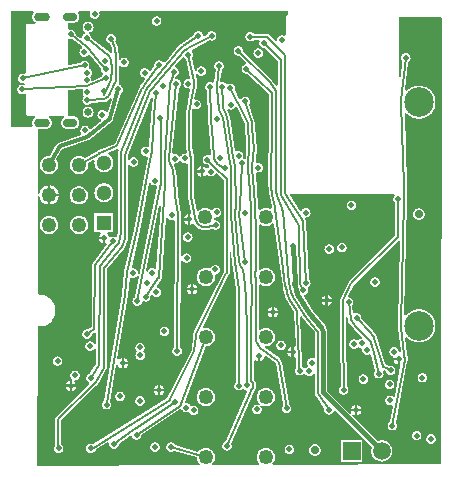
<source format=gbr>
%TF.GenerationSoftware,Altium Limited,Altium Designer,21.4.1 (30)*%
G04 Layer_Physical_Order=2*
G04 Layer_Color=36540*
%FSLAX45Y45*%
%MOMM*%
%TF.SameCoordinates,F4A6E2B2-E63A-418B-8CEE-B9A354165880*%
%TF.FilePolarity,Positive*%
%TF.FileFunction,Copper,L2,Inr,Signal*%
%TF.Part,Single*%
G01*
G75*
%TA.AperFunction,Conductor*%
%ADD10C,0.20000*%
%ADD11C,0.20320*%
%ADD13C,0.30480*%
%ADD55C,0.15240*%
%TA.AperFunction,ComponentPad*%
%ADD66C,0.63000*%
%ADD67O,1.35200X0.75200*%
%ADD68O,1.24000X0.75200*%
%ADD69R,1.30000X1.30000*%
%ADD70C,1.30000*%
%ADD71C,0.70000*%
%ADD72C,1.25000*%
%ADD73C,1.50000*%
%ADD74R,1.50000X1.50000*%
%TA.AperFunction,WasherPad*%
%ADD75C,2.50000*%
%TA.AperFunction,ViaPad*%
%ADD76C,0.50000*%
%TA.AperFunction,Conductor*%
%ADD77C,0.38100*%
G36*
X2145000Y3828903D02*
X2140200D01*
X2134347Y3827739D01*
X2129386Y3824423D01*
X2126070Y3819461D01*
X2124906Y3813609D01*
Y3659528D01*
X2112330Y3653420D01*
X2105381Y3657134D01*
X2097841Y3659421D01*
X2090000Y3660194D01*
X2082159Y3659421D01*
X2074618Y3657134D01*
X2067669Y3653420D01*
X2061579Y3648421D01*
X2056580Y3642331D01*
X2052866Y3635382D01*
X2050579Y3627841D01*
X2049806Y3620000D01*
X2050348Y3614501D01*
X2045157Y3610508D01*
X2038430Y3608459D01*
X1980844Y3666044D01*
X1975589Y3670077D01*
X1969468Y3672612D01*
X1962900Y3673477D01*
X1853019D01*
X1850521Y3676521D01*
X1844430Y3681519D01*
X1837481Y3685234D01*
X1829941Y3687521D01*
X1822100Y3688293D01*
X1814259Y3687521D01*
X1806719Y3685234D01*
X1799770Y3681519D01*
X1793679Y3676521D01*
X1788680Y3670430D01*
X1784966Y3663481D01*
X1782679Y3655941D01*
X1781907Y3648100D01*
X1782679Y3640259D01*
X1784966Y3632718D01*
X1788680Y3625769D01*
X1793679Y3619679D01*
X1799770Y3614680D01*
X1806719Y3610966D01*
X1814259Y3608679D01*
X1822100Y3607906D01*
X1829941Y3608679D01*
X1837481Y3610966D01*
X1844430Y3614680D01*
X1850521Y3619679D01*
X1853019Y3622723D01*
X1896561D01*
X1897427Y3622084D01*
X1903743Y3610023D01*
X1902866Y3608381D01*
X1900579Y3600841D01*
X1899806Y3593000D01*
X1900579Y3585159D01*
X1902866Y3577618D01*
X1906580Y3570670D01*
X1911579Y3564579D01*
X1917670Y3559580D01*
X1924618Y3555866D01*
X1932159Y3553579D01*
X1940000Y3552806D01*
X1943919Y3553193D01*
X2054343Y3442768D01*
Y3235343D01*
X2042274Y3231390D01*
X2026791Y3252487D01*
X2026791Y3252488D01*
X2009709Y3275764D01*
X2008371Y3277161D01*
X2007194Y3278694D01*
X1761904Y3523985D01*
X1762290Y3527904D01*
X1761517Y3535745D01*
X1759230Y3543286D01*
X1755516Y3550234D01*
X1750517Y3556325D01*
X1744427Y3561324D01*
X1737478Y3565038D01*
X1729937Y3567325D01*
X1722096Y3568098D01*
X1714255Y3567325D01*
X1706715Y3565038D01*
X1699766Y3561324D01*
X1693675Y3556325D01*
X1688677Y3550234D01*
X1684962Y3543286D01*
X1682675Y3535745D01*
X1681903Y3527904D01*
X1682675Y3520063D01*
X1684962Y3512523D01*
X1688677Y3505574D01*
X1693675Y3499483D01*
X1699766Y3494485D01*
X1706715Y3490770D01*
X1714255Y3488483D01*
X1722096Y3487711D01*
X1726015Y3488097D01*
X1788484Y3425628D01*
X1783751Y3412400D01*
X1782605Y3412287D01*
X1775065Y3410000D01*
X1768116Y3406286D01*
X1762025Y3401287D01*
X1757026Y3395196D01*
X1753312Y3388247D01*
X1751025Y3380707D01*
X1750253Y3372866D01*
X1751025Y3365025D01*
X1753312Y3357485D01*
X1757026Y3350536D01*
X1762025Y3344445D01*
X1768116Y3339446D01*
X1775065Y3335732D01*
X1782605Y3333445D01*
X1790446Y3332673D01*
X1796217Y3333241D01*
X1984024Y3160028D01*
Y2940846D01*
X1977468Y2378641D01*
X1977486Y2378494D01*
X1977466Y2378347D01*
Y2377106D01*
X1977652Y2375698D01*
X1977626Y2374277D01*
X1977752Y2373155D01*
X1977753Y2373152D01*
Y2373149D01*
X1984854Y2310374D01*
X1984950Y2309990D01*
X1985081Y2307991D01*
X1985974Y2303496D01*
X1986030Y2302261D01*
X2004011Y2201076D01*
X2004012Y2201075D01*
X2004893Y2196114D01*
X1993388Y2188269D01*
X1990293Y2190166D01*
X1979023Y2194835D01*
X1967161Y2197682D01*
X1955000Y2198639D01*
X1942839Y2197682D01*
X1930977Y2194835D01*
X1919707Y2190166D01*
X1909306Y2183793D01*
X1904447Y2179643D01*
X1891653Y2185275D01*
X1891386Y2201584D01*
X1891809Y2202847D01*
X1892216Y2209459D01*
X1890913Y2228204D01*
X1882948Y2342820D01*
X1882804Y2343532D01*
X1882836Y2344258D01*
X1870049Y2490365D01*
X1882027Y2499170D01*
X1882888Y2498908D01*
X1890729Y2498136D01*
X1898570Y2498908D01*
X1906111Y2501195D01*
X1913060Y2504910D01*
X1919150Y2509908D01*
X1924149Y2515999D01*
X1927863Y2522948D01*
X1930150Y2530488D01*
X1930923Y2538329D01*
X1930150Y2546171D01*
X1927863Y2553711D01*
X1924149Y2560660D01*
X1919150Y2566751D01*
X1913060Y2571749D01*
X1906111Y2575463D01*
X1898570Y2577750D01*
X1890729Y2578523D01*
X1882888Y2577750D01*
X1880945Y2577161D01*
X1869978Y2584351D01*
X1868771Y2586348D01*
X1876510Y2715895D01*
X1876412Y2717260D01*
X1876690Y2720785D01*
X1876443Y2723918D01*
X1876529Y2724568D01*
X1876336Y2726028D01*
X1876397Y2727263D01*
X1874021Y2756386D01*
X1860509Y2922004D01*
X1860127Y2923776D01*
X1859611Y2929011D01*
X1858215Y2933613D01*
X1857918Y2935330D01*
X1813495Y3077810D01*
X1817131Y3084612D01*
X1819418Y3092152D01*
X1820190Y3099994D01*
X1819418Y3107835D01*
X1817131Y3115375D01*
X1813416Y3122324D01*
X1808418Y3128415D01*
X1802327Y3133413D01*
X1795378Y3137128D01*
X1787838Y3139415D01*
X1779997Y3140187D01*
X1772155Y3139415D01*
X1764615Y3137128D01*
X1757666Y3133413D01*
X1751576Y3128415D01*
X1746577Y3122324D01*
X1744151Y3117785D01*
X1736189Y3116438D01*
X1730203Y3117392D01*
X1692038Y3195329D01*
X1692834Y3196819D01*
X1695121Y3204359D01*
X1695893Y3212200D01*
X1695121Y3220041D01*
X1692834Y3227582D01*
X1689120Y3234530D01*
X1684121Y3240621D01*
X1678030Y3245620D01*
X1671081Y3249334D01*
X1663541Y3251621D01*
X1655700Y3252394D01*
X1647859Y3251621D01*
X1640319Y3249334D01*
X1633370Y3245620D01*
X1620781Y3247283D01*
X1618749Y3249366D01*
X1615421Y3253421D01*
X1609330Y3258419D01*
X1602381Y3262134D01*
X1594841Y3264421D01*
X1587000Y3265193D01*
X1579947Y3264499D01*
X1578971Y3264596D01*
X1568431Y3274439D01*
X1573389Y3312605D01*
X1573390Y3312607D01*
X1580262Y3365512D01*
X1581424Y3366133D01*
X1587515Y3371131D01*
X1592513Y3377222D01*
X1596228Y3384171D01*
X1598515Y3391711D01*
X1599287Y3399553D01*
X1598515Y3407394D01*
X1596228Y3414934D01*
X1592513Y3421883D01*
X1587515Y3427974D01*
X1581424Y3432972D01*
X1574475Y3436687D01*
X1566935Y3438974D01*
X1559094Y3439746D01*
X1551252Y3438974D01*
X1543712Y3436687D01*
X1536763Y3432972D01*
X1530673Y3427974D01*
X1525674Y3421883D01*
X1521960Y3414934D01*
X1519673Y3407394D01*
X1518900Y3399553D01*
X1519673Y3391711D01*
X1521960Y3384171D01*
X1525674Y3377222D01*
X1529929Y3372038D01*
X1515937Y3264325D01*
X1511861Y3261267D01*
X1502329Y3258162D01*
X1498531Y3260192D01*
X1490991Y3262479D01*
X1483149Y3263252D01*
X1475308Y3262479D01*
X1467768Y3260192D01*
X1460819Y3256478D01*
X1454728Y3251479D01*
X1449730Y3245388D01*
X1446015Y3238440D01*
X1443728Y3230899D01*
X1442956Y3223058D01*
X1443728Y3215217D01*
X1446015Y3207677D01*
X1449730Y3200728D01*
X1454728Y3194637D01*
X1458419Y3191608D01*
X1463479Y2947626D01*
X1463668Y2946390D01*
X1463885Y2943630D01*
X1463825Y2941807D01*
X1481311Y2763812D01*
X1481302Y2763801D01*
X1481301D01*
X1482413Y2751161D01*
X1491274Y2649359D01*
X1488107Y2646141D01*
X1479170Y2641959D01*
X1475382Y2643984D01*
X1467841Y2646271D01*
X1460000Y2647043D01*
X1452159Y2646271D01*
X1444619Y2643984D01*
X1437670Y2640269D01*
X1431579Y2635271D01*
X1426581Y2629180D01*
X1422866Y2622231D01*
X1420579Y2614691D01*
X1419807Y2606850D01*
X1420579Y2599009D01*
X1422866Y2591468D01*
X1426581Y2584519D01*
X1431579Y2578429D01*
X1437670Y2573430D01*
X1444619Y2569716D01*
X1452159Y2567429D01*
X1460000Y2566656D01*
X1463526Y2567004D01*
X1474351Y2555847D01*
X1474163Y2549825D01*
X1471116Y2540943D01*
X1466984Y2538734D01*
X1465808Y2537769D01*
X1464676Y2537221D01*
X1451705Y2537749D01*
X1448799Y2539018D01*
X1448741Y2539089D01*
X1441889Y2544712D01*
X1434071Y2548891D01*
X1426767Y2551106D01*
Y2507115D01*
Y2463124D01*
X1434071Y2465339D01*
X1441889Y2469518D01*
X1448741Y2475141D01*
X1464244Y2474144D01*
X1466984Y2471895D01*
X1473933Y2468181D01*
X1481474Y2465894D01*
X1489315Y2465121D01*
X1497156Y2465894D01*
X1504696Y2468181D01*
X1511645Y2471895D01*
X1517736Y2476894D01*
X1522734Y2482984D01*
X1524825Y2486896D01*
X1534193Y2489946D01*
X1539727Y2489955D01*
X1598384Y2431297D01*
Y1653123D01*
X1483309Y1425978D01*
X1346451Y1155839D01*
X1345873Y1154194D01*
X1342841Y1148044D01*
X1338100Y1134080D01*
X1335223Y1119616D01*
X1334901Y1114697D01*
X1334591Y1113203D01*
X1325955Y996301D01*
X1167064Y678756D01*
X1121635Y587966D01*
X1121499Y587573D01*
X1121331Y587166D01*
X1120983Y586629D01*
X1120571Y585763D01*
X1120308Y585654D01*
X1120065Y585068D01*
X673365Y307844D01*
X673364Y307843D01*
X493881Y196455D01*
X487821Y199694D01*
X480281Y201981D01*
X472440Y202753D01*
X464599Y201981D01*
X457059Y199694D01*
X450110Y195980D01*
X444019Y190981D01*
X439020Y184890D01*
X435306Y177941D01*
X433019Y170401D01*
X432247Y162560D01*
X433019Y154719D01*
X435306Y147179D01*
X439020Y140230D01*
X444019Y134139D01*
X450110Y129140D01*
X457059Y125426D01*
X464599Y123139D01*
X472440Y122367D01*
X480281Y123139D01*
X487821Y125426D01*
X494770Y129140D01*
X500861Y134139D01*
X504388Y138436D01*
X509908Y140723D01*
X515130Y144730D01*
X519137Y149952D01*
X520711Y153753D01*
X619695Y215182D01*
X630459Y206915D01*
X630395Y206705D01*
X629623Y198863D01*
X630395Y191022D01*
X632682Y183482D01*
X636397Y176533D01*
X641395Y170442D01*
X647486Y165444D01*
X654435Y161729D01*
X661975Y159442D01*
X669816Y158670D01*
X677658Y159442D01*
X685198Y161729D01*
X692147Y165444D01*
X698237Y170442D01*
X703236Y176533D01*
X706950Y183482D01*
X709237Y191022D01*
X709779Y196524D01*
X807765Y267691D01*
X810998Y267557D01*
X822035Y262359D01*
X822866Y259618D01*
X826581Y252670D01*
X831579Y246579D01*
X837670Y241580D01*
X844619Y237866D01*
X852159Y235579D01*
X860000Y234806D01*
X867841Y235579D01*
X875382Y237866D01*
X882330Y241580D01*
X888421Y246579D01*
X893420Y252670D01*
X897134Y259618D01*
X899421Y267159D01*
X899801Y271017D01*
X1230771Y491438D01*
X1231503Y492079D01*
X1232442Y492654D01*
X1234129Y493070D01*
X1239055Y492377D01*
X1246772Y490124D01*
X1249813Y484437D01*
X1254811Y478347D01*
X1260902Y473348D01*
X1267851Y469634D01*
X1275391Y467347D01*
X1283232Y466574D01*
X1291073Y467347D01*
X1294340Y468337D01*
X1307278Y469433D01*
X1310993Y462484D01*
X1315992Y456394D01*
X1322082Y451395D01*
X1329031Y447681D01*
X1336571Y445394D01*
X1344413Y444621D01*
X1352254Y445394D01*
X1359794Y447681D01*
X1366743Y451395D01*
X1372834Y456394D01*
X1377832Y462484D01*
X1381547Y469433D01*
X1383834Y476973D01*
X1384606Y484815D01*
X1383834Y492656D01*
X1381547Y500196D01*
X1377832Y507145D01*
X1372834Y513236D01*
X1366743Y518234D01*
X1359794Y521949D01*
X1352254Y524236D01*
X1344413Y525008D01*
X1336571Y524236D01*
X1333305Y523245D01*
X1320366Y522149D01*
X1316652Y529098D01*
X1311653Y535189D01*
X1305563Y540187D01*
X1298614Y543902D01*
X1291073Y546189D01*
X1283232Y546961D01*
X1280190Y546661D01*
X1271978Y555218D01*
X1270891Y558095D01*
X1445238Y1027299D01*
X1447000Y1027161D01*
X1459161Y1028118D01*
X1471023Y1030965D01*
X1482293Y1035634D01*
X1492694Y1042007D01*
X1501970Y1049930D01*
X1509893Y1059206D01*
X1516266Y1069607D01*
X1520934Y1080877D01*
X1523782Y1092739D01*
X1524739Y1104900D01*
X1523782Y1117061D01*
X1520934Y1128923D01*
X1516266Y1140193D01*
X1509893Y1150594D01*
X1501970Y1159870D01*
X1492694Y1167793D01*
X1482293Y1174166D01*
X1471023Y1178835D01*
X1459161Y1181682D01*
X1447000Y1182639D01*
X1434839Y1181682D01*
X1429689Y1180446D01*
X1421013Y1191424D01*
X1528296Y1403187D01*
X1646094Y1635705D01*
X1646959Y1638166D01*
X1647956Y1640574D01*
X1648047Y1641261D01*
X1648277Y1641915D01*
X1648475Y1644516D01*
X1648816Y1647100D01*
Y1827837D01*
X1661503Y1828412D01*
X1670449Y1729906D01*
X1670704Y1728771D01*
X1670917Y1725525D01*
X1671131Y1724452D01*
X1671135Y1724095D01*
X1676234Y1688914D01*
X1703552Y1500437D01*
X1703631Y1499344D01*
Y723247D01*
X1700587Y720749D01*
X1695589Y714658D01*
X1691874Y707710D01*
X1689587Y700169D01*
X1688815Y692328D01*
X1689587Y684487D01*
X1691874Y676947D01*
X1695589Y669998D01*
X1700587Y663907D01*
X1706678Y658909D01*
X1713627Y655194D01*
X1721167Y652907D01*
X1729008Y652135D01*
X1736849Y652907D01*
X1744390Y655194D01*
X1751339Y658909D01*
X1753363Y660570D01*
X1765562Y665725D01*
X1771652Y660726D01*
X1778601Y657012D01*
X1786141Y654725D01*
X1789856Y654359D01*
X1796742Y645759D01*
X1798142Y641601D01*
X1614723Y221642D01*
X1610015Y220214D01*
X1603066Y216499D01*
X1596976Y211501D01*
X1591977Y205410D01*
X1588263Y198461D01*
X1585976Y190921D01*
X1585203Y183080D01*
X1585976Y175238D01*
X1588263Y167698D01*
X1591977Y160749D01*
X1596976Y154659D01*
X1603066Y149660D01*
X1610015Y145946D01*
X1617556Y143659D01*
X1625397Y142886D01*
X1633238Y143659D01*
X1640778Y145946D01*
X1647727Y149660D01*
X1653818Y154659D01*
X1658816Y160749D01*
X1662531Y167698D01*
X1664818Y175238D01*
X1665590Y183080D01*
X1664818Y190921D01*
X1662531Y198461D01*
X1660935Y201447D01*
X1850600Y635707D01*
X1850600Y635708D01*
X1852271Y639535D01*
X1852751Y641200D01*
X1853435Y642792D01*
X1853660Y644349D01*
X1854096Y645860D01*
X1854129Y647592D01*
X1854185Y647978D01*
X1861813Y655605D01*
X1865820Y660828D01*
X1868339Y666909D01*
X1869198Y673436D01*
Y714856D01*
X1868339Y721383D01*
X1865820Y727464D01*
X1861812Y732686D01*
X1854362Y740136D01*
X1854363Y764157D01*
X1855605Y903933D01*
X1868359Y909896D01*
X1870178Y908403D01*
X1877996Y904224D01*
X1885300Y902009D01*
Y946000D01*
X1905300D01*
Y902009D01*
X1912604Y904224D01*
X1920422Y908403D01*
X1927274Y914026D01*
X1932897Y920878D01*
X1937076Y928696D01*
X1939649Y937178D01*
X1939794Y938650D01*
X1953156Y944746D01*
X2039655Y883441D01*
X2097297Y541352D01*
X2099835Y526295D01*
X2096581Y522330D01*
X2092866Y515381D01*
X2090579Y507841D01*
X2089807Y500000D01*
X2090579Y492159D01*
X2092866Y484619D01*
X2096581Y477670D01*
X2101579Y471579D01*
X2107670Y466580D01*
X2114619Y462866D01*
X2122159Y460579D01*
X2130000Y459807D01*
X2137841Y460579D01*
X2145382Y462866D01*
X2152330Y466580D01*
X2158421Y471579D01*
X2163420Y477670D01*
X2167134Y484619D01*
X2169421Y492159D01*
X2170194Y500000D01*
X2169421Y507841D01*
X2167134Y515381D01*
X2163420Y522330D01*
X2158421Y528421D01*
X2152330Y533420D01*
X2149883Y534728D01*
X2147346Y549786D01*
X2089354Y893945D01*
X2089193Y894470D01*
X2089114Y895268D01*
X2086514Y903841D01*
X2082290Y911742D01*
X2076607Y918667D01*
X2072188Y922294D01*
X2070908Y923498D01*
X2070870Y923525D01*
X2070786Y923570D01*
X2070716Y923636D01*
X1940565Y1015878D01*
X1941385Y1020292D01*
X1945561Y1027903D01*
X1955000Y1027161D01*
X1967161Y1028118D01*
X1979023Y1030965D01*
X1990293Y1035634D01*
X2000694Y1042007D01*
X2009970Y1049930D01*
X2017893Y1059206D01*
X2024266Y1069607D01*
X2028934Y1080877D01*
X2031782Y1092739D01*
X2032739Y1104900D01*
X2031782Y1117061D01*
X2028934Y1128923D01*
X2024266Y1140193D01*
X2017893Y1150594D01*
X2009970Y1159870D01*
X2000694Y1167793D01*
X1990293Y1174166D01*
X1979023Y1178835D01*
X1967161Y1181682D01*
X1955000Y1182639D01*
X1942839Y1181682D01*
X1930977Y1178835D01*
X1919707Y1174166D01*
X1909306Y1167793D01*
X1906465Y1165366D01*
X1896966Y1168473D01*
X1893702Y1171168D01*
X1896347Y1538291D01*
X1896257Y1539017D01*
X1896316Y1539748D01*
X1896072Y1544609D01*
X1908481Y1550712D01*
X1909306Y1550007D01*
X1919707Y1543634D01*
X1930977Y1538965D01*
X1942839Y1536118D01*
X1955000Y1535161D01*
X1967161Y1536118D01*
X1979023Y1538965D01*
X1990293Y1543634D01*
X2000694Y1550007D01*
X2009970Y1557930D01*
X2017893Y1567206D01*
X2024266Y1577607D01*
X2028934Y1588877D01*
X2031782Y1600739D01*
X2032739Y1612900D01*
X2031782Y1625061D01*
X2028934Y1636923D01*
X2024266Y1648193D01*
X2017893Y1658594D01*
X2009970Y1667870D01*
X2000694Y1675793D01*
X1990293Y1682166D01*
X1979023Y1686835D01*
X1967161Y1689682D01*
X1955000Y1690639D01*
X1942839Y1689682D01*
X1930977Y1686835D01*
X1919707Y1682166D01*
X1909306Y1675793D01*
X1906981Y1673807D01*
X1894432Y1679791D01*
X1895035Y1703042D01*
X1895000Y1703371D01*
X1895043Y1703700D01*
Y2053487D01*
X1907743Y2059342D01*
X1909306Y2058007D01*
X1919707Y2051634D01*
X1930977Y2046965D01*
X1942839Y2044118D01*
X1955000Y2043161D01*
X1967161Y2044118D01*
X1979023Y2046965D01*
X1990293Y2051634D01*
X2000694Y2058007D01*
X2009970Y2065930D01*
X2011725Y2067985D01*
X2025034Y2064012D01*
X2064213Y1756444D01*
X2063545Y1753739D01*
X2063675Y1747158D01*
X2096236Y1532674D01*
X2096681Y1531137D01*
X2097782Y1523716D01*
X2099679Y1516140D01*
X2099868Y1514501D01*
X2100006Y1513947D01*
X2100013Y1513931D01*
X2100014Y1513915D01*
X2113311Y1461070D01*
X2113773Y1459906D01*
X2117508Y1446941D01*
X2124532Y1429983D01*
X2132384Y1415776D01*
X2132512Y1415464D01*
X2132631Y1415273D01*
X2132927Y1414792D01*
X2132980Y1414708D01*
X2133018Y1414624D01*
X2139476Y1404218D01*
X2139610Y1404004D01*
X2139668Y1403910D01*
X2194662Y1315299D01*
X2206251Y1030161D01*
X2193856Y1022394D01*
X2191888Y1022991D01*
Y979000D01*
Y935009D01*
X2197341Y936663D01*
X2203328Y934107D01*
X2210371Y928799D01*
X2212209Y883576D01*
X2212773Y869312D01*
Y846552D01*
X2208980Y841930D01*
X2205266Y834982D01*
X2202979Y827441D01*
X2202206Y819600D01*
X2202979Y811759D01*
X2205266Y804219D01*
X2208980Y797270D01*
X2213979Y791179D01*
X2220069Y786181D01*
X2227018Y782466D01*
X2234559Y780179D01*
X2242400Y779407D01*
X2250241Y780179D01*
X2257781Y782466D01*
X2264730Y786181D01*
X2270821Y791179D01*
X2273807Y794817D01*
X2276016Y795514D01*
X2282377Y795499D01*
X2288404Y793871D01*
X2289580Y791669D01*
X2294579Y785579D01*
X2300670Y780580D01*
X2307618Y776866D01*
X2315159Y774579D01*
X2323000Y773806D01*
X2330841Y774579D01*
X2338381Y776866D01*
X2345330Y780580D01*
X2351421Y785579D01*
X2356419Y791669D01*
X2369550Y789294D01*
X2371808Y787509D01*
Y634965D01*
X2371856Y634601D01*
X2371835Y634401D01*
X2371826Y634331D01*
X2371828Y634322D01*
X2371818Y634234D01*
X2371837Y633600D01*
X2372095Y632000D01*
X2372667Y624719D01*
X2375216Y614102D01*
X2379395Y604014D01*
X2383642Y597084D01*
X2384271Y595865D01*
X2451506Y499217D01*
X2450579Y496162D01*
X2449807Y488321D01*
X2450579Y480480D01*
X2452866Y472939D01*
X2456581Y465990D01*
X2461579Y459900D01*
X2467670Y454901D01*
X2474619Y451187D01*
X2482159Y448900D01*
X2490000Y448127D01*
X2497841Y448900D01*
X2505382Y451187D01*
X2512331Y454901D01*
X2518421Y459900D01*
X2523420Y465990D01*
X2527134Y472939D01*
X2529421Y480480D01*
X2529472Y480998D01*
X2542700Y485731D01*
X2853891Y174539D01*
X2851140Y167898D01*
X2847833Y154123D01*
X2846722Y140000D01*
X2847833Y125877D01*
X2851140Y112102D01*
X2856561Y99015D01*
X2863963Y86936D01*
X2873164Y76164D01*
X2883936Y66963D01*
X2896015Y59561D01*
X2909102Y54140D01*
X2922877Y50833D01*
X2937000Y49722D01*
X2951123Y50833D01*
X2964898Y54140D01*
X2977985Y59561D01*
X2990064Y66963D01*
X3000836Y76164D01*
X3010037Y86936D01*
X3017438Y99015D01*
X3022860Y112102D01*
X3026167Y125877D01*
X3027278Y140000D01*
X3026167Y154123D01*
X3022860Y167898D01*
X3017438Y180985D01*
X3010037Y193064D01*
X3000836Y203836D01*
X2990064Y213037D01*
X2977985Y220438D01*
X2964898Y225860D01*
X2951123Y229167D01*
X2937000Y230278D01*
X2922877Y229167D01*
X2909102Y225860D01*
X2902461Y223109D01*
X2686055Y439515D01*
X2693879Y449403D01*
X2701696Y445224D01*
X2709000Y443009D01*
Y477000D01*
X2675009D01*
X2677224Y469696D01*
X2681403Y461879D01*
X2671515Y454055D01*
X2476534Y649035D01*
X2475739Y1145570D01*
X2475739Y1145571D01*
X2475739D01*
Y1145626D01*
X2475570Y1146891D01*
X2474812Y1158466D01*
X2472290Y1171141D01*
X2468137Y1183377D01*
X2462421Y1194967D01*
X2455242Y1205712D01*
X2452935Y1208343D01*
X2451798Y1210078D01*
X2351096Y1327059D01*
X2275621Y1448402D01*
X2278082Y1456085D01*
X2281978Y1462227D01*
X2287382Y1463866D01*
X2294330Y1467581D01*
X2300421Y1472579D01*
X2305420Y1478670D01*
X2309134Y1485619D01*
X2311421Y1493159D01*
X2312193Y1501000D01*
X2311421Y1508841D01*
X2309134Y1516381D01*
X2308351Y1525052D01*
X2315268Y1529116D01*
X2321359Y1534114D01*
X2326357Y1540205D01*
X2330072Y1547154D01*
X2332359Y1554694D01*
X2333131Y1562535D01*
X2332359Y1570377D01*
X2330072Y1577917D01*
X2326357Y1584866D01*
X2321359Y1590956D01*
X2316765Y1594727D01*
X2292684Y2085132D01*
X2292110Y2088282D01*
X2291570Y2091420D01*
X2291520Y2091529D01*
X2291498Y2091650D01*
X2290122Y2094558D01*
X2288795Y2097435D01*
X2283822Y2105312D01*
X2291298Y2117259D01*
X2293087Y2117082D01*
X2300928Y2117855D01*
X2308468Y2120142D01*
X2315417Y2123856D01*
X2321508Y2128855D01*
X2326506Y2134945D01*
X2330221Y2141894D01*
X2332508Y2149435D01*
X2333280Y2157276D01*
X2332508Y2165117D01*
X2330221Y2172657D01*
X2326506Y2179606D01*
X2321508Y2185697D01*
X2315417Y2190695D01*
X2308468Y2194410D01*
X2300928Y2196697D01*
X2293087Y2197469D01*
X2285246Y2196697D01*
X2277705Y2194410D01*
X2270756Y2190695D01*
X2264666Y2185697D01*
X2259667Y2179606D01*
X2255953Y2172658D01*
X2242234Y2171181D01*
X2156742Y2306584D01*
X2162873Y2317706D01*
X3044156D01*
X3048700Y2305006D01*
X3046577Y2303263D01*
X3041578Y2297173D01*
X3037864Y2290224D01*
X3035577Y2282684D01*
X3034804Y2274842D01*
X3035577Y2267001D01*
X3037864Y2259461D01*
X3041578Y2252512D01*
X3046577Y2246421D01*
X3049477Y2244041D01*
X3048176Y1965158D01*
X2662009Y1578991D01*
X2661531Y1578368D01*
X2660938Y1577852D01*
X2659520Y1575747D01*
X2657976Y1573735D01*
X2657675Y1573009D01*
X2657237Y1572358D01*
X2587582Y1432469D01*
X2587391Y1431916D01*
X2583345Y1422147D01*
X2580577Y1410619D01*
X2579647Y1398800D01*
X2579699Y1398145D01*
X2579668Y1397888D01*
X2583362Y1091820D01*
X2588252Y686614D01*
X2585579Y684421D01*
X2580581Y678330D01*
X2576866Y671381D01*
X2574579Y663841D01*
X2573807Y656000D01*
X2574579Y648159D01*
X2576866Y640618D01*
X2580581Y633670D01*
X2585579Y627579D01*
X2591670Y622580D01*
X2598619Y618866D01*
X2606159Y616579D01*
X2614000Y615806D01*
X2621841Y616579D01*
X2629382Y618866D01*
X2636331Y622580D01*
X2642421Y627579D01*
X2647420Y633670D01*
X2651134Y640618D01*
X2653421Y648159D01*
X2654194Y656000D01*
X2653421Y663841D01*
X2651134Y671381D01*
X2647420Y678330D01*
X2642421Y684421D01*
X2639002Y687227D01*
X2634112Y1092432D01*
X2631876Y1277717D01*
X2644567Y1278579D01*
X2648384Y1247860D01*
X2648475Y1247513D01*
X2648482Y1247153D01*
X2649308Y1244309D01*
X2650052Y1241449D01*
X2650230Y1241136D01*
X2650330Y1240792D01*
X2651862Y1238262D01*
X2653323Y1235688D01*
X2653575Y1235432D01*
X2653762Y1235125D01*
X2696651Y1181582D01*
X2697923Y1178511D01*
X2701956Y1173256D01*
X2771575Y1103637D01*
X2765808Y1091443D01*
X2765300Y1091493D01*
X2757459Y1090721D01*
X2749919Y1088434D01*
X2742970Y1084719D01*
X2739406Y1081795D01*
X2729683Y1075067D01*
X2722837Y1079542D01*
X2715888Y1083257D01*
X2708348Y1085544D01*
X2700507Y1086316D01*
X2692665Y1085544D01*
X2685125Y1083257D01*
X2678176Y1079542D01*
X2672086Y1074544D01*
X2667087Y1068453D01*
X2663373Y1061504D01*
X2661086Y1053964D01*
X2660313Y1046123D01*
X2661086Y1038281D01*
X2663373Y1030741D01*
X2667087Y1023792D01*
X2672086Y1017702D01*
X2678176Y1012703D01*
X2685125Y1008989D01*
X2692665Y1006702D01*
X2700507Y1005929D01*
X2708348Y1006702D01*
X2715888Y1008989D01*
X2722837Y1012703D01*
X2726400Y1015628D01*
X2736123Y1022356D01*
X2742970Y1017880D01*
X2749919Y1014166D01*
X2757459Y1011879D01*
X2761430Y1011488D01*
X2767786Y1006411D01*
X2771722Y998977D01*
X2771341Y995114D01*
X2772114Y987272D01*
X2774401Y979732D01*
X2778115Y972783D01*
X2783114Y966693D01*
X2789204Y961694D01*
X2796153Y957980D01*
X2803694Y955693D01*
X2811535Y954920D01*
X2819376Y955693D01*
X2826916Y957980D01*
X2832479Y960953D01*
X2836434Y960524D01*
X2846738Y955829D01*
X2879201Y818305D01*
X2877580Y816330D01*
X2873866Y809381D01*
X2871579Y801841D01*
X2870807Y794000D01*
X2871579Y786159D01*
X2873866Y778618D01*
X2877580Y771670D01*
X2882579Y765579D01*
X2888670Y760580D01*
X2895619Y756866D01*
X2903159Y754579D01*
X2911000Y753806D01*
X2918841Y754579D01*
X2926381Y756866D01*
X2933330Y760580D01*
X2939421Y765579D01*
X2944420Y771670D01*
X2948134Y778618D01*
X2950421Y786159D01*
X2951193Y794000D01*
X2950421Y801841D01*
X2948134Y809381D01*
X2946123Y813143D01*
X2954908Y822901D01*
X2972714Y813714D01*
X2974866Y806618D01*
X2978581Y799669D01*
X2983579Y793579D01*
X2989670Y788580D01*
X2996619Y784866D01*
X3004159Y782579D01*
X3012000Y781806D01*
X3019841Y782579D01*
X3027382Y784866D01*
X3034330Y788580D01*
X3040421Y793579D01*
X3045420Y799669D01*
X3049134Y806618D01*
X3051421Y814159D01*
X3052194Y822000D01*
X3051421Y829841D01*
X3049134Y837381D01*
X3045420Y844330D01*
X3040421Y850421D01*
X3034330Y855419D01*
X3027382Y859134D01*
X3019841Y861421D01*
X3012000Y862193D01*
X3004159Y861421D01*
X2996619Y859134D01*
X2996008Y858808D01*
X2966578Y873992D01*
X2885305Y1128539D01*
X2884299Y1130675D01*
X2883455Y1132886D01*
X2882892Y1133664D01*
X2882483Y1134533D01*
X2880958Y1136338D01*
X2879572Y1138253D01*
X2876391Y1141618D01*
X2876390Y1141619D01*
X2861903Y1156944D01*
X2763003Y1263629D01*
X2763540Y1269079D01*
X2762767Y1276920D01*
X2760480Y1284460D01*
X2756766Y1291409D01*
X2751767Y1297500D01*
X2745677Y1302498D01*
X2738728Y1306213D01*
X2731188Y1308500D01*
X2723346Y1309272D01*
X2715505Y1308500D01*
X2707965Y1306213D01*
X2705255Y1304764D01*
X2694111Y1308947D01*
X2691652Y1311243D01*
X2684214Y1371102D01*
X2688619Y1376470D01*
X2692334Y1383419D01*
X2694621Y1390959D01*
X2695393Y1398800D01*
X2694621Y1406641D01*
X2692334Y1414182D01*
X2688619Y1421131D01*
X2683621Y1427221D01*
X2677530Y1432220D01*
X2670581Y1435934D01*
X2663041Y1438221D01*
X2661411Y1438382D01*
X2654029Y1449665D01*
X2653815Y1451619D01*
X2700825Y1546029D01*
X3079204Y1924408D01*
X3091786Y1919030D01*
X3075707Y1203946D01*
X3075785Y1203228D01*
X3075604Y1200000D01*
X3076652Y1181335D01*
X3076652D01*
X3076659Y1181329D01*
X3097850Y983152D01*
X3088753Y973871D01*
X3081193Y981000D01*
X3080421Y988841D01*
X3078134Y996382D01*
X3074420Y1003330D01*
X3069421Y1009421D01*
X3063330Y1014420D01*
X3056381Y1018134D01*
X3048841Y1020421D01*
X3041000Y1021194D01*
X3033159Y1020421D01*
X3025619Y1018134D01*
X3018670Y1014420D01*
X3012579Y1009421D01*
X3007580Y1003330D01*
X3003866Y996382D01*
X3001579Y988841D01*
X3000807Y981000D01*
X3001579Y973159D01*
X3003866Y965619D01*
X3007580Y958670D01*
X3012579Y952579D01*
X3018670Y947581D01*
X3025619Y943866D01*
X3028472Y943000D01*
X3030789Y940935D01*
X3035310Y933055D01*
X3036461Y928492D01*
X3036009Y927000D01*
X3080000D01*
Y917000D01*
X3090000D01*
Y867009D01*
X3093172Y864313D01*
X3094800Y861193D01*
X3046568Y602640D01*
X3039213Y599480D01*
X3032907Y598664D01*
X3028330Y602419D01*
X3021382Y606134D01*
X3013841Y608421D01*
X3006000Y609193D01*
X2998159Y608421D01*
X2990619Y606134D01*
X2983670Y602419D01*
X2977579Y597421D01*
X2972581Y591330D01*
X2968866Y584381D01*
X2966579Y576841D01*
X2965807Y569000D01*
X2966579Y561159D01*
X2968866Y553618D01*
X2972581Y546669D01*
X2977579Y540579D01*
X2983670Y535580D01*
X2990619Y531866D01*
X2998159Y529579D01*
X3006000Y528806D01*
X3013841Y529579D01*
X3020390Y531565D01*
X3023680Y529889D01*
X3031708Y522985D01*
X3006724Y389052D01*
X3003670Y387420D01*
X2997579Y382421D01*
X2992581Y376330D01*
X2988866Y369382D01*
X2986579Y361841D01*
X2985807Y354000D01*
X2986579Y346159D01*
X2988084Y341195D01*
X2987925Y339840D01*
X2988883Y333285D01*
X2991505Y327201D01*
X2995612Y322002D01*
X3000925Y318045D01*
X3007081Y315597D01*
X3013660Y314825D01*
X3016148Y315189D01*
X3018159Y314579D01*
X3026000Y313807D01*
X3033841Y314579D01*
X3041382Y316866D01*
X3048330Y320581D01*
X3054421Y325579D01*
X3059420Y331670D01*
X3063134Y338619D01*
X3065421Y346159D01*
X3066194Y354000D01*
X3065421Y361841D01*
X3063134Y369382D01*
X3059420Y376330D01*
X3056618Y379745D01*
X3154256Y903148D01*
X3154291Y903800D01*
X3154623Y905181D01*
X3155553Y917000D01*
X3155518Y917438D01*
X3155534Y917556D01*
X3155472Y918025D01*
X3155064Y923206D01*
X3155109Y925032D01*
X3150956Y963863D01*
X3136484Y1099208D01*
X3148677Y1104622D01*
X3152049Y1100849D01*
X3163774Y1090371D01*
X3176598Y1081272D01*
X3190361Y1073666D01*
X3204888Y1067648D01*
X3219998Y1063295D01*
X3235500Y1060661D01*
X3251200Y1059779D01*
X3266900Y1060661D01*
X3282402Y1063295D01*
X3297512Y1067648D01*
X3312039Y1073666D01*
X3325802Y1081272D01*
X3338626Y1090371D01*
X3350351Y1100849D01*
X3360829Y1112574D01*
X3369928Y1125398D01*
X3377534Y1139161D01*
X3383552Y1153688D01*
X3387905Y1168798D01*
X3390539Y1184300D01*
X3391420Y1200000D01*
X3390539Y1215700D01*
X3387905Y1231202D01*
X3383552Y1246312D01*
X3377534Y1260839D01*
X3369928Y1274602D01*
X3360829Y1287426D01*
X3350351Y1299151D01*
X3338626Y1309629D01*
X3325802Y1318728D01*
X3312039Y1326334D01*
X3297512Y1332352D01*
X3282402Y1336705D01*
X3266900Y1339339D01*
X3251200Y1340220D01*
X3235500Y1339339D01*
X3219998Y1336705D01*
X3204888Y1332352D01*
X3190361Y1326334D01*
X3176598Y1318728D01*
X3163774Y1309629D01*
X3152049Y1299151D01*
X3141571Y1287426D01*
X3141038Y1286674D01*
X3128428Y1290850D01*
X3142498Y1916557D01*
X3150516Y2273144D01*
X3150459Y2273672D01*
X3150551Y2274842D01*
X3150430Y2276373D01*
X3150502Y2277077D01*
X3147220Y2387960D01*
X3129078Y3001035D01*
X3141342Y3005294D01*
X3141658Y3005277D01*
X3152049Y2993649D01*
X3163774Y2983171D01*
X3176598Y2974072D01*
X3190361Y2966466D01*
X3204888Y2960448D01*
X3219998Y2956095D01*
X3235500Y2953461D01*
X3251200Y2952580D01*
X3266900Y2953461D01*
X3282402Y2956095D01*
X3297512Y2960448D01*
X3312039Y2966466D01*
X3325802Y2974072D01*
X3338626Y2983171D01*
X3350351Y2993649D01*
X3360829Y3005374D01*
X3369928Y3018198D01*
X3377534Y3031961D01*
X3383552Y3046488D01*
X3387905Y3061598D01*
X3390539Y3077100D01*
X3391420Y3092800D01*
X3390539Y3108500D01*
X3387905Y3124002D01*
X3383552Y3139112D01*
X3377534Y3153639D01*
X3369928Y3167402D01*
X3360829Y3180226D01*
X3350351Y3191951D01*
X3338626Y3202429D01*
X3325802Y3211528D01*
X3312039Y3219134D01*
X3297512Y3225152D01*
X3282402Y3229505D01*
X3266900Y3232139D01*
X3251200Y3233020D01*
X3235500Y3232139D01*
X3219998Y3229505D01*
X3204888Y3225152D01*
X3190361Y3219134D01*
X3176598Y3211528D01*
X3163774Y3202429D01*
X3152049Y3191951D01*
X3148541Y3188026D01*
X3136341Y3193433D01*
X3161972Y3436389D01*
X3162330Y3436580D01*
X3168421Y3441579D01*
X3173420Y3447670D01*
X3177134Y3454618D01*
X3179421Y3462159D01*
X3180194Y3470000D01*
X3179421Y3477841D01*
X3177134Y3485381D01*
X3173420Y3492330D01*
X3168421Y3498421D01*
X3162330Y3503419D01*
X3155382Y3507134D01*
X3147841Y3509421D01*
X3140000Y3510193D01*
X3132159Y3509421D01*
X3124619Y3507134D01*
X3117670Y3503419D01*
X3111579Y3498421D01*
X3106581Y3492330D01*
X3102866Y3485381D01*
X3100579Y3477841D01*
X3099807Y3470000D01*
X3100579Y3462159D01*
X3102866Y3454618D01*
X3106581Y3447670D01*
X3111494Y3441682D01*
X3097176Y3305959D01*
X3084494Y3306626D01*
Y3813609D01*
X3085635Y3815000D01*
X3435416D01*
X3444390Y3806014D01*
X3439544Y25415D01*
X2014748Y21309D01*
X2010048Y33726D01*
X2010026Y33996D01*
X2017893Y43206D01*
X2024266Y53607D01*
X2028934Y64877D01*
X2031782Y76739D01*
X2032739Y88900D01*
X2031782Y101061D01*
X2028934Y112923D01*
X2024266Y124193D01*
X2017893Y134594D01*
X2009970Y143870D01*
X2000694Y151793D01*
X1990293Y158166D01*
X1979023Y162835D01*
X1967161Y165682D01*
X1955000Y166639D01*
X1942839Y165682D01*
X1930977Y162835D01*
X1919707Y158166D01*
X1909306Y151793D01*
X1900030Y143870D01*
X1892107Y134594D01*
X1885734Y124193D01*
X1881065Y112923D01*
X1878217Y101061D01*
X1877260Y88900D01*
X1878217Y76739D01*
X1881065Y64877D01*
X1885734Y53607D01*
X1892107Y43206D01*
X1900030Y33930D01*
X1900323Y33680D01*
X1895653Y20966D01*
X1505028Y19840D01*
X1500327Y32527D01*
X1501970Y33930D01*
X1509893Y43206D01*
X1516266Y53607D01*
X1520934Y64877D01*
X1523782Y76739D01*
X1524739Y88900D01*
X1523782Y101061D01*
X1520934Y112923D01*
X1516266Y124193D01*
X1509893Y134594D01*
X1501970Y143870D01*
X1492694Y151793D01*
X1482293Y158166D01*
X1471023Y162835D01*
X1459161Y165682D01*
X1447000Y166639D01*
X1434839Y165682D01*
X1422977Y162835D01*
X1411707Y158166D01*
X1401306Y151793D01*
X1392030Y143870D01*
X1384107Y134594D01*
X1383396Y133433D01*
X1190032Y188591D01*
X1186580Y195050D01*
X1181581Y201141D01*
X1175490Y206140D01*
X1168541Y209854D01*
X1161001Y212141D01*
X1153160Y212913D01*
X1145319Y212141D01*
X1137779Y209854D01*
X1130830Y206140D01*
X1124739Y201141D01*
X1119740Y195050D01*
X1116026Y188101D01*
X1113739Y180561D01*
X1112967Y172720D01*
X1113739Y164879D01*
X1116026Y157339D01*
X1119740Y150390D01*
X1124739Y144299D01*
X1130830Y139300D01*
X1137779Y135586D01*
X1145319Y133299D01*
X1153160Y132527D01*
X1161001Y133299D01*
X1168541Y135586D01*
X1175490Y139300D01*
X1176088Y139790D01*
X1369600Y84590D01*
X1370217Y76739D01*
X1373065Y64877D01*
X1377734Y53607D01*
X1384107Y43206D01*
X1392030Y33930D01*
X1394031Y32220D01*
X1389361Y19507D01*
X29534Y15588D01*
X20549Y24563D01*
X22564Y1181443D01*
X22795Y1182520D01*
X27705Y1193672D01*
X49372D01*
X51823Y1193994D01*
X54291Y1194156D01*
X75543Y1198383D01*
X77887Y1199179D01*
X80274Y1199818D01*
X100293Y1208110D01*
X102435Y1209347D01*
X104652Y1210441D01*
X122668Y1222479D01*
X124529Y1224110D01*
X126489Y1225615D01*
X141811Y1240936D01*
X143317Y1242898D01*
X144947Y1244757D01*
X156985Y1262773D01*
X158078Y1264991D01*
X159315Y1267133D01*
X167607Y1287152D01*
X168247Y1289541D01*
X169042Y1291882D01*
X173269Y1313134D01*
X173431Y1315600D01*
X173754Y1318053D01*
Y1339721D01*
X173431Y1342174D01*
X173269Y1344641D01*
X169042Y1365893D01*
X168247Y1368235D01*
X167607Y1370623D01*
X159315Y1390642D01*
X158078Y1392784D01*
X156985Y1395001D01*
X144947Y1413017D01*
X143315Y1414878D01*
X141811Y1416838D01*
X126489Y1432160D01*
X124527Y1433666D01*
X122668Y1435296D01*
X104652Y1447334D01*
X102435Y1448427D01*
X100293Y1449664D01*
X80274Y1457956D01*
X77885Y1458596D01*
X75543Y1459391D01*
X54292Y1463618D01*
X51825Y1463780D01*
X49372Y1464103D01*
X35757D01*
X23762Y1474302D01*
X23077Y1476074D01*
X24512Y2299624D01*
X37213Y2300112D01*
X37564Y2295654D01*
X40595Y2283027D01*
X45565Y2271030D01*
X52350Y2259958D01*
X60783Y2250083D01*
X70658Y2241650D01*
X81730Y2234865D01*
X93727Y2229895D01*
X106354Y2226864D01*
X109300Y2226632D01*
Y2308601D01*
Y2390568D01*
X106354Y2390336D01*
X93727Y2387305D01*
X81730Y2382335D01*
X70658Y2375550D01*
X60783Y2367116D01*
X52350Y2357242D01*
X45565Y2346170D01*
X40595Y2334173D01*
X37564Y2321546D01*
X37243Y2317472D01*
X24544Y2317982D01*
X25471Y2849966D01*
X25225Y2851214D01*
X25351Y2852480D01*
X25161Y2854426D01*
X25026Y2854874D01*
X27590Y2861198D01*
X27802Y2861500D01*
X32748Y2866149D01*
X34838Y2867146D01*
X90000D01*
X100311Y2868161D01*
X110227Y2871169D01*
X119364Y2876053D01*
X127374Y2882626D01*
X133947Y2890636D01*
X138831Y2899773D01*
X141839Y2909689D01*
X142854Y2920000D01*
X141839Y2930311D01*
X138831Y2940227D01*
X133947Y2949364D01*
X127374Y2957374D01*
X119364Y2963947D01*
X113652Y2967000D01*
X116833Y2979700D01*
X248767D01*
X251948Y2967000D01*
X246236Y2963947D01*
X238227Y2957374D01*
X231653Y2949364D01*
X226769Y2940227D01*
X223761Y2930311D01*
X222746Y2920000D01*
X223761Y2909689D01*
X226769Y2899773D01*
X231653Y2890636D01*
X238227Y2882626D01*
X246236Y2876053D01*
X255374Y2871169D01*
X265289Y2868161D01*
X275600Y2867146D01*
X324400D01*
X334712Y2868161D01*
X344627Y2871169D01*
X353764Y2876053D01*
X361774Y2882626D01*
X368347Y2890636D01*
X373231Y2899773D01*
X376239Y2909689D01*
X377255Y2920000D01*
X376239Y2930311D01*
X373231Y2940227D01*
X368347Y2949364D01*
X361774Y2957374D01*
X353764Y2963947D01*
X344627Y2968831D01*
X334712Y2971839D01*
X324400Y2972854D01*
X281639D01*
X278222Y2979401D01*
X276647Y2985554D01*
X279044Y2989141D01*
X280208Y2994994D01*
Y3199692D01*
X400737Y3206346D01*
X402979Y3204472D01*
X408259Y3194041D01*
X406769Y3191253D01*
X404482Y3183713D01*
X403709Y3175871D01*
X404482Y3168030D01*
X406769Y3160490D01*
X410483Y3153541D01*
X415482Y3147451D01*
Y3140595D01*
X413918Y3139312D01*
X408919Y3133221D01*
X405205Y3126272D01*
X402918Y3118732D01*
X402145Y3110891D01*
X402918Y3103049D01*
X405205Y3095509D01*
X408919Y3088560D01*
X413918Y3082470D01*
X420008Y3077471D01*
X426957Y3073757D01*
X434497Y3071470D01*
X442339Y3070697D01*
X450180Y3071470D01*
X457720Y3073757D01*
X464669Y3077471D01*
X470760Y3082470D01*
X475339Y3088049D01*
X590696Y3097192D01*
X592506Y3097578D01*
X597756Y3098095D01*
X609157Y3101554D01*
X619663Y3107170D01*
X628873Y3114727D01*
X636431Y3123936D01*
X636494Y3124055D01*
X637877Y3126157D01*
X649498Y3120788D01*
X617552Y3009129D01*
X603928Y3007678D01*
X602908Y3009585D01*
X597910Y3015675D01*
X591819Y3020674D01*
X584870Y3024388D01*
X577330Y3026675D01*
X569489Y3027448D01*
X561648Y3026675D01*
X554107Y3024388D01*
X547158Y3020674D01*
X541068Y3015675D01*
X536069Y3009585D01*
X532355Y3002636D01*
X530068Y2995095D01*
X529295Y2987254D01*
X530068Y2979413D01*
X532355Y2971873D01*
X536069Y2964924D01*
X541068Y2958833D01*
X547158Y2953835D01*
X554107Y2950120D01*
X557343Y2949139D01*
X558688Y2947558D01*
X561316Y2938767D01*
X561182Y2935117D01*
X559957Y2933843D01*
X559957Y2933842D01*
X558814Y2931769D01*
X555610Y2928564D01*
X553339Y2925605D01*
X552867Y2925011D01*
X550678Y2922822D01*
X550676Y2922820D01*
X476193Y2863277D01*
X475346Y2863150D01*
X461893Y2868066D01*
X461589Y2868971D01*
X457874Y2875920D01*
X452876Y2882010D01*
X446785Y2887009D01*
X439836Y2890723D01*
X432296Y2893010D01*
X424455Y2893783D01*
X416613Y2893010D01*
X409073Y2890723D01*
X402124Y2887009D01*
X396033Y2882010D01*
X391035Y2875920D01*
X387321Y2868971D01*
X385034Y2861430D01*
X384261Y2853589D01*
X385034Y2845748D01*
X387321Y2838208D01*
X391035Y2831259D01*
X392491Y2829485D01*
X390261Y2816835D01*
X388777Y2814693D01*
X206036Y2749910D01*
X205047Y2749405D01*
X203064Y2748803D01*
X192515Y2743165D01*
X183269Y2735577D01*
X175681Y2726331D01*
X174144Y2723456D01*
X173123Y2722081D01*
X127297Y2639711D01*
X119300Y2640340D01*
X107139Y2639383D01*
X95277Y2636535D01*
X84007Y2631867D01*
X73606Y2625494D01*
X64330Y2617571D01*
X56407Y2608295D01*
X50034Y2597894D01*
X45365Y2586624D01*
X42518Y2574762D01*
X41560Y2562601D01*
X42518Y2550440D01*
X45365Y2538578D01*
X50034Y2527308D01*
X56407Y2516907D01*
X64330Y2507631D01*
X73606Y2499708D01*
X84007Y2493335D01*
X95277Y2488666D01*
X107139Y2485818D01*
X119300Y2484861D01*
X131461Y2485818D01*
X143323Y2488666D01*
X154593Y2493335D01*
X164994Y2499708D01*
X174270Y2507631D01*
X182193Y2516907D01*
X188566Y2527308D01*
X193235Y2538578D01*
X196082Y2550440D01*
X197039Y2562601D01*
X196082Y2574762D01*
X193235Y2586624D01*
X188566Y2597894D01*
X182193Y2608295D01*
X180638Y2610115D01*
X226406Y2692379D01*
X226433Y2692377D01*
X226434Y2692378D01*
X226458Y2692388D01*
X226465Y2692403D01*
X226465Y2692404D01*
X226467Y2692424D01*
X238387Y2696657D01*
X453103Y2772776D01*
X454741Y2773611D01*
X463382Y2777191D01*
X471838Y2782372D01*
X472260Y2782547D01*
X472804Y2782964D01*
X474854Y2784220D01*
X476858Y2785932D01*
X477993Y2786618D01*
X495327Y2800476D01*
X584420Y2871698D01*
X588769Y2875174D01*
X588811Y2875211D01*
X588828Y2875221D01*
X588840Y2875231D01*
X590176Y2876304D01*
X592293Y2878247D01*
X592637Y2878511D01*
X593829Y2879657D01*
X593836Y2879663D01*
X593835Y2879664D01*
X598421Y2884295D01*
X600572Y2887099D01*
X602215Y2888901D01*
X603351Y2890037D01*
X603352Y2890037D01*
X604550Y2891235D01*
X604735Y2891476D01*
X608869Y2895778D01*
X609261Y2896490D01*
X649234Y2928444D01*
X649997Y2928926D01*
X652397Y2930924D01*
X654910Y2932786D01*
X655450Y2933466D01*
X656116Y2934021D01*
X657918Y2936573D01*
X659862Y2939020D01*
X660208Y2939816D01*
X660709Y2940525D01*
X661789Y2943458D01*
X663033Y2946324D01*
X726484Y3168101D01*
X726681Y3168207D01*
X732772Y3173205D01*
X737770Y3179296D01*
X741485Y3186245D01*
X743772Y3193785D01*
X744544Y3201626D01*
X743772Y3209468D01*
X741485Y3217008D01*
X737770Y3223957D01*
X732772Y3230047D01*
X726681Y3235046D01*
X719732Y3238760D01*
X714781Y3240262D01*
X709590Y3248117D01*
X707602Y3253517D01*
X707722Y3254248D01*
X710899Y3264720D01*
X711006Y3265068D01*
X712173Y3276925D01*
X712097D01*
Y3293337D01*
X712173D01*
X711940Y3305973D01*
X711940Y3305979D01*
X711016Y3378679D01*
X710874Y3391373D01*
X710803Y3393355D01*
X710496Y3400884D01*
X711082Y3401269D01*
X723045Y3404856D01*
X725762Y3401546D01*
X731852Y3396548D01*
X738801Y3392833D01*
X746342Y3390546D01*
X754183Y3389774D01*
X762024Y3390546D01*
X769564Y3392833D01*
X776513Y3396548D01*
X782604Y3401546D01*
X787602Y3407637D01*
X791317Y3414586D01*
X793604Y3422126D01*
X794376Y3429967D01*
X793604Y3437808D01*
X791317Y3445349D01*
X787602Y3452298D01*
X782604Y3458388D01*
X776513Y3463387D01*
X769564Y3467101D01*
X762024Y3469388D01*
X754183Y3470161D01*
X746342Y3469388D01*
X738801Y3467101D01*
X731852Y3463387D01*
X725762Y3458388D01*
X721100Y3452707D01*
X719608Y3452626D01*
X708261Y3455849D01*
X707799Y3467224D01*
X707585Y3468460D01*
X707646Y3469713D01*
X700344Y3558882D01*
X699958Y3560671D01*
X699454Y3565785D01*
X695996Y3577185D01*
X695436Y3578233D01*
X695372Y3578451D01*
X680711Y3611645D01*
X682134Y3614307D01*
X684421Y3621847D01*
X685193Y3629689D01*
X684421Y3637530D01*
X682134Y3645070D01*
X678420Y3652019D01*
X673421Y3658110D01*
X667330Y3663108D01*
X660381Y3666823D01*
X652841Y3669110D01*
X645000Y3669882D01*
X637159Y3669110D01*
X629619Y3666823D01*
X622670Y3663108D01*
X616579Y3658110D01*
X611580Y3652019D01*
X607866Y3645070D01*
X605579Y3637530D01*
X604807Y3629689D01*
X605579Y3621847D01*
X607866Y3614307D01*
X611580Y3607358D01*
X616579Y3601268D01*
X622670Y3596269D01*
X629619Y3592555D01*
X634284Y3591140D01*
X645495Y3565755D01*
X649741Y3554738D01*
D01*
X650745Y3542698D01*
X653282Y3511715D01*
X651746Y3510179D01*
X641048Y3505508D01*
X476924Y3637741D01*
X476174Y3645359D01*
X473887Y3652899D01*
X470173Y3659848D01*
X465174Y3665939D01*
X459659Y3670465D01*
X459415Y3676168D01*
X461679Y3683951D01*
X467881Y3685832D01*
X475959Y3690150D01*
X483040Y3695961D01*
X488850Y3703041D01*
X493168Y3711119D01*
X495827Y3719885D01*
X496725Y3729000D01*
X495827Y3738116D01*
X493168Y3746881D01*
X488850Y3754959D01*
X483040Y3762040D01*
X475959Y3767850D01*
X467881Y3772168D01*
X459116Y3774827D01*
X450000Y3775725D01*
X440885Y3774827D01*
X432119Y3772168D01*
X424041Y3767850D01*
X416961Y3762040D01*
X411150Y3754959D01*
X406832Y3746881D01*
X404173Y3738116D01*
X403275Y3729000D01*
X404173Y3719885D01*
X406832Y3711119D01*
X411150Y3703041D01*
X416961Y3695961D01*
X424041Y3690150D01*
X426200Y3688996D01*
X424385Y3675566D01*
X421372Y3674652D01*
X414423Y3670937D01*
X408332Y3665939D01*
X403333Y3659848D01*
X399619Y3652899D01*
X397332Y3645359D01*
X396742Y3639373D01*
X391889Y3635847D01*
X384232Y3633106D01*
X343310Y3665754D01*
X343574Y3668425D01*
X342801Y3676266D01*
X340514Y3683806D01*
X336800Y3690755D01*
X331801Y3696846D01*
X325711Y3701845D01*
X318762Y3705559D01*
X311221Y3707846D01*
X303380Y3708618D01*
X295539Y3707846D01*
X292908Y3707048D01*
X282171Y3713217D01*
X280208Y3715795D01*
Y3742994D01*
X279044Y3748847D01*
X276639Y3752446D01*
X278201Y3758565D01*
X281620Y3765146D01*
X324400D01*
X334712Y3766161D01*
X344627Y3769169D01*
X353764Y3774053D01*
X361774Y3780627D01*
X368347Y3788636D01*
X373231Y3797774D01*
X376239Y3807689D01*
X377255Y3818000D01*
X376239Y3828312D01*
X373231Y3838227D01*
X368347Y3847364D01*
X364675Y3851838D01*
X369049Y3863305D01*
X370180Y3864538D01*
X460545D01*
X464202Y3861031D01*
X468983Y3851838D01*
X467779Y3847869D01*
X467006Y3840028D01*
X467779Y3832187D01*
X470066Y3824646D01*
X473780Y3817697D01*
X478779Y3811607D01*
X484869Y3806608D01*
X491818Y3802894D01*
X499359Y3800607D01*
X507200Y3799834D01*
X515041Y3800607D01*
X522581Y3802894D01*
X529530Y3806608D01*
X535621Y3811607D01*
X540619Y3817697D01*
X544334Y3824646D01*
X546621Y3832187D01*
X547393Y3840028D01*
X546621Y3847869D01*
X545417Y3851838D01*
X550198Y3861031D01*
X553855Y3864538D01*
X2145000Y3864538D01*
Y3828903D01*
D02*
G37*
G36*
X396328Y3565084D02*
X394870Y3550120D01*
X388779Y3545121D01*
X383781Y3539031D01*
X380066Y3532082D01*
X377779Y3524541D01*
X377007Y3516700D01*
X377779Y3508859D01*
X380066Y3501319D01*
X383781Y3494370D01*
X388779Y3488279D01*
X394870Y3483281D01*
X401819Y3479566D01*
X409359Y3477279D01*
X417200Y3476507D01*
X425042Y3477279D01*
X432582Y3479566D01*
X439531Y3483281D01*
X445621Y3488279D01*
X450620Y3494369D01*
X465582Y3495814D01*
X469447Y3490967D01*
X469448Y3490967D01*
X541923Y3400085D01*
X543077Y3398973D01*
X544011Y3397880D01*
X544931Y3396558D01*
X560931Y3379001D01*
X560579Y3377841D01*
X559807Y3370000D01*
X560579Y3362159D01*
X562866Y3354619D01*
X566581Y3347670D01*
X571579Y3341579D01*
X572546Y3340786D01*
X573578Y3335677D01*
X572847Y3326870D01*
X572018Y3325201D01*
X569081Y3322790D01*
X564082Y3316699D01*
X560368Y3309751D01*
X558168Y3302497D01*
X491490Y3274279D01*
X486780Y3276087D01*
X478828Y3282711D01*
X478421Y3286841D01*
X476134Y3294382D01*
X472419Y3301330D01*
X467421Y3307421D01*
X470919Y3315485D01*
X475918Y3321575D01*
X479632Y3328524D01*
X481919Y3336064D01*
X482691Y3343906D01*
X481919Y3351747D01*
X479632Y3359287D01*
X475918Y3366236D01*
X470919Y3372327D01*
X464828Y3377325D01*
X457880Y3381040D01*
X458522Y3394116D01*
X459409Y3397042D01*
X460181Y3404883D01*
X459409Y3412724D01*
X457122Y3420265D01*
X453408Y3427214D01*
X448409Y3433304D01*
X442318Y3438303D01*
X435369Y3442017D01*
X427829Y3444304D01*
X419988Y3445077D01*
X412147Y3444304D01*
X404607Y3442017D01*
X397658Y3438303D01*
X391567Y3433304D01*
X386568Y3427214D01*
X384488Y3423322D01*
X290073Y3403381D01*
X280208Y3411380D01*
Y3621055D01*
X282171Y3623633D01*
X292908Y3629802D01*
X295539Y3629004D01*
X303380Y3628232D01*
X311221Y3629004D01*
X314835Y3630100D01*
X396328Y3565084D01*
D02*
G37*
G36*
X-14648Y3863305D02*
X-10275Y3851838D01*
X-13947Y3847364D01*
X-18831Y3838227D01*
X-21839Y3828312D01*
X-22854Y3818000D01*
X-21839Y3807689D01*
X-18831Y3797774D01*
X-13947Y3788636D01*
X-7373Y3780627D01*
X636Y3774053D01*
X6371Y3770988D01*
X3190Y3758288D01*
X-61086D01*
X-66939Y3757124D01*
X-71900Y3753808D01*
X-75216Y3748847D01*
X-76380Y3742994D01*
Y3338251D01*
X-89080Y3330846D01*
X-89619Y3331134D01*
X-97159Y3333421D01*
X-105000Y3334193D01*
X-112841Y3333421D01*
X-120382Y3331134D01*
X-127330Y3327420D01*
X-133421Y3322421D01*
X-138420Y3316330D01*
X-142134Y3309381D01*
X-144421Y3301841D01*
X-145194Y3294000D01*
X-144421Y3286159D01*
X-142134Y3278619D01*
X-138420Y3271670D01*
X-133421Y3265579D01*
X-127330Y3260580D01*
X-120382Y3256866D01*
X-112841Y3254579D01*
X-105000Y3253807D01*
X-97159Y3254579D01*
X-92633Y3255952D01*
X-82189Y3249133D01*
X-81269Y3248176D01*
X-81219Y3244090D01*
X-93473Y3237522D01*
X-94619Y3238134D01*
X-102159Y3240421D01*
X-110000Y3241193D01*
X-117841Y3240421D01*
X-125382Y3238134D01*
X-132330Y3234419D01*
X-138421Y3229421D01*
X-143420Y3223330D01*
X-147134Y3216381D01*
X-149421Y3208841D01*
X-150194Y3201000D01*
X-149421Y3193159D01*
X-147134Y3185618D01*
X-143420Y3178670D01*
X-138421Y3172579D01*
X-132330Y3167580D01*
X-125382Y3163866D01*
X-117841Y3161579D01*
X-110000Y3160806D01*
X-102159Y3161579D01*
X-94619Y3163866D01*
X-89080Y3166827D01*
X-83941Y3165214D01*
X-76380Y3160416D01*
Y2994994D01*
X-75216Y2989141D01*
X-71900Y2984180D01*
X-66939Y2980864D01*
X-61086Y2979700D01*
X3167D01*
X6348Y2967000D01*
X636Y2963947D01*
X-7373Y2957374D01*
X-13947Y2949364D01*
X-18831Y2940227D01*
X-21839Y2930311D01*
X-22854Y2920000D01*
X-21839Y2909689D01*
X-18831Y2899773D01*
X-17983Y2898188D01*
X-25596Y2885488D01*
X-204512Y2885488D01*
X-204512Y3864538D01*
X-15779D01*
X-14648Y3863305D01*
D02*
G37*
G36*
X1706770Y3050573D02*
X1775420Y2910382D01*
X1790827Y2721537D01*
X1790515Y2721218D01*
Y2721218D01*
X1790376Y2720884D01*
X1790542Y2720486D01*
X1790135Y2708256D01*
X1784815Y2619092D01*
X1777749Y2614721D01*
X1771725Y2612926D01*
X1766452Y2615745D01*
X1761140Y2623955D01*
X1763427Y2631495D01*
X1764199Y2639336D01*
X1763427Y2647177D01*
X1761140Y2654718D01*
X1757425Y2661667D01*
X1752427Y2667757D01*
X1746336Y2672756D01*
X1739387Y2676470D01*
X1731847Y2678757D01*
X1724006Y2679530D01*
X1716165Y2678757D01*
X1708624Y2676470D01*
X1706255Y2675204D01*
X1694612Y2679500D01*
X1692422Y2681591D01*
X1647623Y2972400D01*
X1647400Y2973165D01*
X1644887Y2985584D01*
X1644875Y2985715D01*
X1641471Y2996934D01*
X1636622Y3008672D01*
X1629709Y3025618D01*
X1639738Y3034658D01*
X1642608Y3033124D01*
X1650148Y3030837D01*
X1657989Y3030064D01*
X1665831Y3030837D01*
X1673371Y3033124D01*
X1680320Y3036838D01*
X1686410Y3041837D01*
X1691409Y3047927D01*
X1692722Y3050384D01*
X1705601Y3051005D01*
X1706770Y3050573D01*
D02*
G37*
G36*
X2264464Y1269561D02*
X2265459Y1268348D01*
X2267205Y1265499D01*
X2267409Y1265260D01*
X2267509Y1265080D01*
X2292806Y1230802D01*
X2294833Y1228697D01*
X2369902Y1145729D01*
X2371808Y1140819D01*
Y932532D01*
X2359108Y924920D01*
X2359081Y924934D01*
X2351541Y927221D01*
X2343700Y927994D01*
X2335859Y927221D01*
X2328318Y924934D01*
X2321369Y921220D01*
X2315279Y916221D01*
X2310280Y910131D01*
X2306566Y903182D01*
X2304279Y895641D01*
X2303506Y887800D01*
X2304279Y879959D01*
X2306566Y872419D01*
X2310280Y865470D01*
X2310449Y865264D01*
X2307882Y852452D01*
X2306771Y850736D01*
X2306657Y850620D01*
X2300670Y847419D01*
X2294579Y842421D01*
X2291593Y838783D01*
X2289384Y838086D01*
X2283023Y838101D01*
X2276996Y839729D01*
X2275819Y841930D01*
X2270821Y848021D01*
X2264730Y853020D01*
X2263205Y853835D01*
Y869807D01*
X2263139Y870305D01*
X2263185Y870803D01*
X2262600Y885597D01*
X2262597Y885610D01*
X2262599Y885624D01*
X2246784Y1274735D01*
X2258922Y1278470D01*
X2264464Y1269561D01*
D02*
G37*
%LPC*%
G36*
X1030000Y3820194D02*
X1022159Y3819421D01*
X1014618Y3817134D01*
X1007670Y3813420D01*
X1001579Y3808421D01*
X996580Y3802330D01*
X992866Y3795382D01*
X990579Y3787841D01*
X989807Y3780000D01*
X990579Y3772159D01*
X992866Y3764619D01*
X996580Y3757670D01*
X1001579Y3751579D01*
X1007670Y3746581D01*
X1014618Y3742866D01*
X1022159Y3740579D01*
X1030000Y3739807D01*
X1037841Y3740579D01*
X1045381Y3742866D01*
X1052330Y3746581D01*
X1058421Y3751579D01*
X1063420Y3757670D01*
X1067134Y3764619D01*
X1069421Y3772159D01*
X1070193Y3780000D01*
X1069421Y3787841D01*
X1067134Y3795382D01*
X1063420Y3802330D01*
X1058421Y3808421D01*
X1052330Y3813420D01*
X1045381Y3817134D01*
X1037841Y3819421D01*
X1030000Y3820194D01*
D02*
G37*
G36*
X1495800Y3695283D02*
X1487959Y3694511D01*
X1480418Y3692224D01*
X1473469Y3688510D01*
X1467379Y3683511D01*
X1462380Y3677420D01*
X1458666Y3670471D01*
X1456379Y3662931D01*
X1456371Y3662854D01*
X1436012Y3652020D01*
X1432419Y3652905D01*
X1423114Y3659542D01*
X1422780Y3662931D01*
X1420493Y3670471D01*
X1416778Y3677420D01*
X1411780Y3683511D01*
X1405689Y3688510D01*
X1398740Y3692224D01*
X1391200Y3694511D01*
X1383359Y3695283D01*
X1375518Y3694511D01*
X1367977Y3692224D01*
X1361029Y3688510D01*
X1354938Y3683511D01*
X1349939Y3677420D01*
X1346225Y3670471D01*
X1343938Y3662931D01*
X1343502Y3658502D01*
X1236801Y3585219D01*
X1235720Y3584247D01*
X1232063Y3581804D01*
X1221359Y3572416D01*
X1221159Y3572241D01*
X1220984Y3572041D01*
X1215962Y3566315D01*
X1214669Y3565131D01*
X1194849Y3541530D01*
X1098079Y3427328D01*
X1083447Y3429705D01*
X1082929Y3430674D01*
X1077931Y3436764D01*
X1071840Y3441763D01*
X1064891Y3445477D01*
X1057351Y3447764D01*
X1049509Y3448537D01*
X1041668Y3447764D01*
X1034128Y3445477D01*
X1027179Y3441763D01*
X1021088Y3436764D01*
X1016090Y3430674D01*
X1012375Y3423725D01*
X1010088Y3416184D01*
X1009316Y3408343D01*
X1010088Y3400502D01*
X1010893Y3397849D01*
X980013Y3354460D01*
X966050Y3356743D01*
X965762Y3357690D01*
X962048Y3364639D01*
X957049Y3370729D01*
X950959Y3375728D01*
X944010Y3379442D01*
X936470Y3381729D01*
X928628Y3382502D01*
X920787Y3381729D01*
X913247Y3379442D01*
X906298Y3375728D01*
X900207Y3370729D01*
X895209Y3364639D01*
X891494Y3357690D01*
X889207Y3350150D01*
X888435Y3342308D01*
X889207Y3334467D01*
X891494Y3326927D01*
X895209Y3319978D01*
X900207Y3313887D01*
X906298Y3308889D01*
X913247Y3305174D01*
X920787Y3302887D01*
X927266Y3302249D01*
X930188Y3298601D01*
X934057Y3289888D01*
X911631Y3258378D01*
X911586Y3258292D01*
X911520Y3258221D01*
X911509Y3258206D01*
X911509Y3258205D01*
X911508Y3258204D01*
X901643Y3244343D01*
X901642Y3244342D01*
X891599Y3230230D01*
X891420Y3229892D01*
X890504Y3228776D01*
X885879Y3220123D01*
X885484Y3219473D01*
X675366Y2742289D01*
X675194Y2742218D01*
X675154Y2742122D01*
X540399Y2686913D01*
X540398Y2686915D01*
X539974Y2686771D01*
X526537Y2680144D01*
X526536Y2680144D01*
Y2680144D01*
X515578Y2673809D01*
X424098Y2621133D01*
X418994Y2625493D01*
X408593Y2631866D01*
X397323Y2636534D01*
X385461Y2639382D01*
X373300Y2640339D01*
X361139Y2639382D01*
X349277Y2636534D01*
X338007Y2631866D01*
X327606Y2625493D01*
X318330Y2617570D01*
X310407Y2608294D01*
X304034Y2597893D01*
X299365Y2586623D01*
X296518Y2574761D01*
X295560Y2562600D01*
X296518Y2550439D01*
X299365Y2538577D01*
X304034Y2527307D01*
X310407Y2516906D01*
X318330Y2507630D01*
X327606Y2499707D01*
X338007Y2493334D01*
X349277Y2488665D01*
X361139Y2485817D01*
X373300Y2484860D01*
X385461Y2485817D01*
X397323Y2488665D01*
X408593Y2493334D01*
X418994Y2499707D01*
X428270Y2507630D01*
X436193Y2516906D01*
X442566Y2527307D01*
X447235Y2538577D01*
X450082Y2550439D01*
X451039Y2562600D01*
X450082Y2574761D01*
X449499Y2577192D01*
X494399Y2603047D01*
X505472Y2594768D01*
X504941Y2592553D01*
X503953Y2580000D01*
X504941Y2567446D01*
X507880Y2555202D01*
X512699Y2543568D01*
X519279Y2532832D01*
X527457Y2523257D01*
X537032Y2515079D01*
X547769Y2508499D01*
X559402Y2503680D01*
X571647Y2500741D01*
X584200Y2499753D01*
X596753Y2500741D01*
X608998Y2503680D01*
X620631Y2508499D01*
X631368Y2515079D01*
X640943Y2523257D01*
X649121Y2532832D01*
X655701Y2543568D01*
X660520Y2555202D01*
X663459Y2567446D01*
X664447Y2580000D01*
X663459Y2592553D01*
X660520Y2604798D01*
X655701Y2616431D01*
X649121Y2627168D01*
X640943Y2636743D01*
X631368Y2644921D01*
X620916Y2651327D01*
X620657Y2652397D01*
X621011Y2665090D01*
X696452Y2695998D01*
X696643Y2696077D01*
X698584Y2697114D01*
X708631Y2688084D01*
X703858Y2676285D01*
X702926Y2673469D01*
X702871Y2673339D01*
X702865Y2673285D01*
X702005Y2669912D01*
X701916Y2669562D01*
Y2669561D01*
X701914Y2669557D01*
X700747Y2657700D01*
X700823D01*
Y1996819D01*
X692393Y1954779D01*
X687681Y1951680D01*
X678294Y1949066D01*
X674331Y1951184D01*
X666791Y1953471D01*
X658950Y1954243D01*
X651109Y1953471D01*
X643568Y1951184D01*
X641692Y1950181D01*
X635733Y1951485D01*
X629483Y1954611D01*
X627599Y1956496D01*
X626076Y1961519D01*
X621897Y1969336D01*
X616274Y1976189D01*
X612482Y1979300D01*
X616256Y1992000D01*
X664200D01*
Y2152000D01*
X504200D01*
Y1992000D01*
X552344D01*
X556118Y1979300D01*
X552326Y1976189D01*
X546703Y1969336D01*
X542524Y1961519D01*
X540309Y1954215D01*
X584300D01*
Y1944215D01*
X594300D01*
Y1900224D01*
X601604Y1902439D01*
X603607Y1903510D01*
X612095Y1893646D01*
X491811Y1732244D01*
X491177Y1731110D01*
X490369Y1730089D01*
X489567Y1728229D01*
X488579Y1726461D01*
X488260Y1725200D01*
X487745Y1724006D01*
X487451Y1722003D01*
X486955Y1720039D01*
X486973Y1718738D01*
X486784Y1717451D01*
X479026Y1187302D01*
X451718Y1168519D01*
X448461Y1169507D01*
X440620Y1170280D01*
X432779Y1169507D01*
X425239Y1167220D01*
X418290Y1163506D01*
X412199Y1158507D01*
X407201Y1152417D01*
X403486Y1145468D01*
X401199Y1137927D01*
X400427Y1130086D01*
X401199Y1122245D01*
X403486Y1114705D01*
X407201Y1107756D01*
X412199Y1101665D01*
X418290Y1096667D01*
X425239Y1092952D01*
X432779Y1090665D01*
X440620Y1089893D01*
X448461Y1090665D01*
X456002Y1092952D01*
X462951Y1096667D01*
X469041Y1101665D01*
X474040Y1107756D01*
X477754Y1114705D01*
X480041Y1122245D01*
X480480Y1126702D01*
X507411Y1145225D01*
X520087Y1138529D01*
X519723Y1036514D01*
X507021Y1035912D01*
X506921Y1036919D01*
X504634Y1044459D01*
X500920Y1051408D01*
X495921Y1057499D01*
X489831Y1062497D01*
X482882Y1066212D01*
X475341Y1068499D01*
X467500Y1069271D01*
X459659Y1068499D01*
X452119Y1066212D01*
X445170Y1062497D01*
X439079Y1057499D01*
X434081Y1051408D01*
X430366Y1044459D01*
X428079Y1036919D01*
X427307Y1029078D01*
X428079Y1021237D01*
X430366Y1013696D01*
X434081Y1006748D01*
X439079Y1000657D01*
X445170Y995658D01*
X452119Y991944D01*
X459659Y989657D01*
X467500Y988884D01*
X475341Y989657D01*
X482882Y991944D01*
X489831Y995658D01*
X495921Y1000657D01*
X500920Y1006748D01*
X504634Y1013696D01*
X506921Y1021237D01*
X506970Y1021729D01*
X519667Y1021083D01*
X519158Y878595D01*
X495475Y839733D01*
X495474Y839733D01*
X469544Y797185D01*
X467259Y796960D01*
X459719Y794673D01*
X452770Y790958D01*
X446679Y785960D01*
X441681Y779869D01*
X437966Y772920D01*
X435679Y765380D01*
X434907Y757538D01*
X435679Y749697D01*
X437966Y742157D01*
X441681Y735208D01*
X446679Y729117D01*
X452770Y724119D01*
X456679Y722030D01*
X459729Y712656D01*
X459737Y707128D01*
X180176Y427566D01*
X176143Y422310D01*
X173607Y416190D01*
X172743Y409622D01*
Y191376D01*
X171579Y190421D01*
X166581Y184330D01*
X162866Y177381D01*
X160579Y169841D01*
X159807Y162000D01*
X160579Y154159D01*
X162866Y146618D01*
X166581Y139670D01*
X171579Y133579D01*
X177670Y128580D01*
X184619Y124866D01*
X192159Y122579D01*
X200000Y121806D01*
X207841Y122579D01*
X215382Y124866D01*
X222331Y128580D01*
X228421Y133579D01*
X233420Y139670D01*
X237134Y146618D01*
X239421Y154159D01*
X240194Y162000D01*
X239421Y169841D01*
X237134Y177381D01*
X233420Y184330D01*
X228421Y190421D01*
X223497Y194462D01*
Y399110D01*
X515285Y690898D01*
X515286Y690899D01*
X534151Y709764D01*
X534156Y709771D01*
X534164Y709777D01*
X536228Y712470D01*
X538184Y715020D01*
X538188Y715028D01*
X538193Y715035D01*
X604880Y830729D01*
X606114Y833714D01*
X607371Y836704D01*
X607382Y836780D01*
X607411Y836851D01*
X607832Y840065D01*
X608271Y843268D01*
X608299Y848646D01*
X612738Y1683170D01*
X754684Y1853153D01*
X755699Y1854368D01*
X756641Y1855855D01*
X759640Y1859510D01*
X763765Y1867225D01*
X763805Y1867277D01*
X763996Y1867658D01*
X765257Y1870017D01*
X765376Y1870412D01*
X770123Y1882191D01*
X780938Y1908809D01*
X781334Y1910328D01*
X782963Y1914260D01*
X785932Y1926627D01*
X786914Y1939097D01*
X786897Y1951798D01*
X786897Y2015500D01*
Y2564856D01*
X799597Y2568038D01*
X801180Y2565077D01*
X806178Y2558986D01*
X812269Y2553988D01*
X819218Y2550273D01*
X826758Y2547986D01*
X834600Y2547214D01*
X842441Y2547986D01*
X849981Y2550273D01*
X856930Y2553988D01*
X863021Y2558986D01*
X868019Y2565077D01*
X871734Y2572026D01*
X874021Y2579566D01*
X874793Y2587407D01*
X874021Y2595248D01*
X871734Y2602789D01*
X868019Y2609737D01*
X863021Y2615828D01*
X856930Y2620827D01*
X849981Y2624541D01*
X842441Y2626828D01*
X834600Y2627601D01*
X826758Y2626828D01*
X819218Y2624541D01*
X812269Y2620827D01*
X806178Y2615828D01*
X801180Y2609737D01*
X799597Y2606776D01*
X786897Y2609958D01*
Y2643468D01*
X979914Y3124456D01*
X995398Y3128941D01*
X997469Y3127446D01*
X984588Y2982153D01*
X984598Y2981932D01*
X984554Y2981717D01*
X966018Y2721780D01*
X953503Y2714207D01*
X952754Y2714324D01*
X945841Y2716421D01*
X938000Y2717193D01*
X930159Y2716421D01*
X922618Y2714134D01*
X915669Y2710420D01*
X909579Y2705421D01*
X904580Y2699330D01*
X900866Y2692381D01*
X898579Y2684841D01*
X897806Y2677000D01*
X898579Y2669159D01*
X900866Y2661619D01*
X904580Y2654670D01*
X909579Y2648579D01*
X915669Y2643580D01*
X922618Y2639866D01*
X930159Y2637579D01*
X938000Y2636807D01*
X942770Y2637276D01*
X950064Y2631719D01*
X953689Y2626688D01*
X837719Y2014702D01*
X758229Y1662729D01*
X758096Y1661273D01*
X757288Y1657908D01*
X757058Y1654987D01*
X756762Y1653737D01*
X737466Y1464714D01*
X586112Y565725D01*
X583670Y564419D01*
X577579Y559421D01*
X572581Y553330D01*
X568866Y546381D01*
X566579Y538841D01*
X565807Y531000D01*
X566579Y523159D01*
X568866Y515618D01*
X572581Y508670D01*
X577579Y502579D01*
X583670Y497580D01*
X590619Y493866D01*
X598159Y491579D01*
X606000Y490806D01*
X613841Y491579D01*
X621382Y493866D01*
X628330Y497580D01*
X634421Y502579D01*
X639420Y508670D01*
X643134Y515618D01*
X645421Y523159D01*
X646194Y531000D01*
X645421Y538841D01*
X643134Y546381D01*
X639420Y553330D01*
X636162Y557300D01*
X688302Y866995D01*
X701321Y867828D01*
X702211Y864896D01*
X706389Y857078D01*
X712013Y850226D01*
X718865Y844603D01*
X726682Y840424D01*
X733986Y838208D01*
Y882200D01*
Y926191D01*
X726682Y923975D01*
X718865Y919797D01*
X712013Y914173D01*
X708379Y909745D01*
X696294Y914460D01*
X787653Y1457102D01*
X787682Y1457931D01*
X787874Y1458738D01*
X802571Y1602714D01*
X816003Y1609236D01*
X816529Y1608955D01*
X824070Y1606668D01*
X831911Y1605895D01*
X839752Y1606668D01*
X847292Y1608955D01*
X854241Y1612669D01*
X860332Y1617668D01*
X865331Y1623758D01*
X869045Y1630707D01*
X871332Y1638248D01*
X872104Y1646089D01*
X871332Y1653930D01*
X869045Y1661470D01*
X865331Y1668419D01*
X860332Y1674510D01*
X854241Y1679508D01*
X847292Y1683223D01*
X839752Y1685510D01*
X831911Y1686282D01*
X828526Y1685949D01*
X819830Y1693475D01*
X817987Y1696937D01*
X887323Y2003950D01*
X887364Y2004393D01*
X887503Y2004815D01*
X964709Y2412240D01*
X977768Y2412940D01*
X977866Y2412618D01*
X981580Y2405670D01*
X986579Y2399579D01*
X992669Y2394580D01*
X999618Y2390866D01*
X1007159Y2388579D01*
X1015000Y2387807D01*
X1022841Y2388579D01*
X1033558Y2378558D01*
X847269Y1445590D01*
X843770Y1443719D01*
X837679Y1438721D01*
X832681Y1432630D01*
X828966Y1425681D01*
X826679Y1418141D01*
X825907Y1410300D01*
X826679Y1402459D01*
X828966Y1394918D01*
X832681Y1387970D01*
X837679Y1381879D01*
X843770Y1376880D01*
X850719Y1373166D01*
X858259Y1370879D01*
X866100Y1370106D01*
X873941Y1370879D01*
X881482Y1373166D01*
X888431Y1376880D01*
X894521Y1381879D01*
X899520Y1387970D01*
X903234Y1394918D01*
X905521Y1402459D01*
X905531Y1402555D01*
X907679Y1404723D01*
X918861Y1409290D01*
X921458Y1407902D01*
X928998Y1405615D01*
X936840Y1404842D01*
X944681Y1405615D01*
X952221Y1407902D01*
X959170Y1411616D01*
X965261Y1416615D01*
X970259Y1422705D01*
X973974Y1429654D01*
X976261Y1437194D01*
X977033Y1445036D01*
X976356Y1451905D01*
X982250Y1459727D01*
X983651Y1461330D01*
X985773Y1461405D01*
X996581Y1461004D01*
X1000680Y1456009D01*
X1006771Y1451011D01*
X1013720Y1447296D01*
X1021260Y1445009D01*
X1029101Y1444237D01*
X1036942Y1445009D01*
X1044483Y1447296D01*
X1051431Y1451011D01*
X1057522Y1456009D01*
X1062521Y1462100D01*
X1066235Y1469049D01*
X1068522Y1476589D01*
X1069295Y1484430D01*
X1068522Y1492272D01*
X1066235Y1499812D01*
X1062521Y1506761D01*
X1057522Y1512851D01*
X1051431Y1517850D01*
X1044483Y1521564D01*
X1038700Y1523318D01*
X1035414Y1528597D01*
X1032699Y1537031D01*
X1069101Y1590182D01*
X1069143Y1590264D01*
X1069203Y1590333D01*
X1070646Y1593227D01*
X1072099Y1596090D01*
X1072118Y1596179D01*
X1072159Y1596261D01*
X1072800Y1599415D01*
X1073466Y1602572D01*
X1073461Y1602664D01*
X1073479Y1602753D01*
X1109513Y2118539D01*
X1122345Y2119987D01*
X1122366Y2119919D01*
X1126081Y2112970D01*
X1131079Y2106879D01*
X1137170Y2101880D01*
X1144119Y2098166D01*
X1151659Y2095879D01*
X1159500Y2095107D01*
X1167341Y2095879D01*
X1171393Y2097108D01*
X1180449Y2092399D01*
X1184052Y2088667D01*
X1178737Y1016565D01*
X1175539Y1013941D01*
X1170540Y1007850D01*
X1166826Y1000901D01*
X1164539Y993361D01*
X1163767Y985520D01*
X1164539Y977679D01*
X1166826Y970139D01*
X1170540Y963190D01*
X1175539Y957099D01*
X1181630Y952100D01*
X1188579Y948386D01*
X1196119Y946099D01*
X1203960Y945327D01*
X1211801Y946099D01*
X1219341Y948386D01*
X1226290Y952100D01*
X1232381Y957099D01*
X1237380Y963190D01*
X1241094Y970139D01*
X1243381Y977679D01*
X1244153Y985520D01*
X1243381Y993361D01*
X1241094Y1000901D01*
X1237380Y1007850D01*
X1232381Y1013941D01*
X1229490Y1016313D01*
X1233159Y1756183D01*
X1245868Y1758036D01*
X1246106Y1757251D01*
X1249820Y1750302D01*
X1254819Y1744212D01*
X1260910Y1739213D01*
X1267859Y1735499D01*
X1275399Y1733212D01*
X1283240Y1732439D01*
X1291081Y1733212D01*
X1298621Y1735499D01*
X1305570Y1739213D01*
X1311661Y1744212D01*
X1316660Y1750302D01*
X1320374Y1757251D01*
X1322661Y1764791D01*
X1323433Y1772633D01*
X1322661Y1780474D01*
X1320374Y1788014D01*
X1316660Y1794963D01*
X1311661Y1801054D01*
X1305570Y1806052D01*
X1298621Y1809767D01*
X1291081Y1812054D01*
X1283240Y1812826D01*
X1275399Y1812054D01*
X1267859Y1809767D01*
X1260910Y1806052D01*
X1254819Y1801054D01*
X1249820Y1794963D01*
X1246106Y1788014D01*
X1246015Y1787714D01*
X1233324Y1789629D01*
X1235036Y2134805D01*
X1235034Y2134815D01*
X1235036Y2134824D01*
X1235036Y2134944D01*
X1235029Y2134999D01*
X1235053Y2135300D01*
X1234205Y2146069D01*
X1234197Y2146535D01*
X1234178Y2146658D01*
X1234177Y2146663D01*
Y2146666D01*
X1210510Y2303913D01*
X1200075Y2451158D01*
X1199981Y2451617D01*
X1199992Y2452087D01*
X1194507Y2502943D01*
X1194144Y2504436D01*
X1193765Y2508291D01*
X1192016Y2514055D01*
X1191650Y2515904D01*
X1189004Y2523715D01*
X1176026Y2562040D01*
X1184371Y2573721D01*
X1185370Y2574044D01*
X1192384Y2574735D01*
X1199925Y2577022D01*
X1206874Y2580737D01*
X1212964Y2585735D01*
X1217963Y2591826D01*
X1220853Y2597233D01*
X1222208Y2597749D01*
X1226114Y2598364D01*
X1234587Y2597580D01*
X1236133Y2594687D01*
X1241132Y2588596D01*
X1247222Y2583598D01*
X1254171Y2579883D01*
X1261711Y2577596D01*
X1269553Y2576824D01*
X1277394Y2577596D01*
X1280896Y2578658D01*
X1290634Y2573271D01*
X1293432Y2570025D01*
X1292028Y2497390D01*
X1292765Y2490807D01*
X1294335Y2486798D01*
Y2292900D01*
X1294654Y2290483D01*
X1294803Y2288051D01*
X1320661Y2155215D01*
X1320660Y2155212D01*
X1318542Y2151893D01*
X1314921Y2148954D01*
Y2100021D01*
Y2056030D01*
X1322225Y2058245D01*
X1330043Y2062424D01*
X1330998Y2063208D01*
X1336347Y2063665D01*
X1345797Y2061522D01*
X1347153Y2060528D01*
X1352802Y2052073D01*
X1362553Y2040954D01*
X1373672Y2031203D01*
X1385969Y2022986D01*
X1399233Y2016445D01*
X1413237Y2011691D01*
X1427742Y2008806D01*
X1442500Y2007839D01*
X1457258Y2008806D01*
X1470256Y2011391D01*
X1470759Y2011453D01*
X1493915Y2017432D01*
X1493917Y2017432D01*
X1505331Y2020379D01*
X1506670Y2019280D01*
X1513619Y2015566D01*
X1521159Y2013279D01*
X1529000Y2012507D01*
X1536841Y2013279D01*
X1544381Y2015566D01*
X1551330Y2019280D01*
X1557421Y2024279D01*
X1562420Y2030370D01*
X1566134Y2037319D01*
X1568421Y2044859D01*
X1569193Y2052700D01*
X1568421Y2060541D01*
X1566134Y2068081D01*
X1562420Y2075030D01*
X1557421Y2081121D01*
X1551330Y2086120D01*
X1544381Y2089834D01*
X1536841Y2092121D01*
X1529000Y2092893D01*
X1528168Y2092811D01*
X1527854Y2092920D01*
X1518372Y2103477D01*
X1518193Y2104203D01*
X1519282Y2108740D01*
X1519375Y2109913D01*
X1525140Y2115637D01*
X1532889Y2119756D01*
X1537454Y2119307D01*
X1545295Y2120079D01*
X1552836Y2122366D01*
X1559785Y2126081D01*
X1565875Y2131079D01*
X1570874Y2137170D01*
X1574588Y2144119D01*
X1576875Y2151659D01*
X1577648Y2159500D01*
X1576875Y2167341D01*
X1574588Y2174882D01*
X1570874Y2181831D01*
X1565875Y2187921D01*
X1559785Y2192920D01*
X1552836Y2196634D01*
X1545295Y2198921D01*
X1537454Y2199694D01*
X1529613Y2198921D01*
X1522073Y2196634D01*
X1515124Y2192920D01*
X1509033Y2187921D01*
X1506271Y2184555D01*
X1506225Y2184510D01*
X1496261Y2182107D01*
X1489903Y2182334D01*
X1488194Y2183793D01*
X1477793Y2190167D01*
X1466523Y2194835D01*
X1454661Y2197683D01*
X1442500Y2198640D01*
X1430339Y2197683D01*
X1418477Y2194835D01*
X1407207Y2190167D01*
X1396806Y2183793D01*
X1387530Y2175871D01*
X1382445Y2169917D01*
X1371274Y2171777D01*
X1368851Y2173283D01*
X1345090Y2295347D01*
Y2496900D01*
X1344225Y2503468D01*
X1342967Y2506505D01*
X1345076Y2615557D01*
X1345026Y2616002D01*
X1345106Y2617017D01*
X1344175Y2628836D01*
X1344025Y2629463D01*
X1344015Y2629710D01*
X1328122Y2722947D01*
Y2997751D01*
X1333954Y3033469D01*
X1341338Y3037489D01*
X1347740Y3039086D01*
X1352939Y3036307D01*
X1360479Y3034020D01*
X1368320Y3033247D01*
X1376161Y3034020D01*
X1383702Y3036307D01*
X1390651Y3040021D01*
X1396741Y3045020D01*
X1401740Y3051110D01*
X1405454Y3058059D01*
X1407741Y3065600D01*
X1408514Y3073441D01*
X1407741Y3081282D01*
X1405454Y3088822D01*
X1401740Y3095771D01*
X1396741Y3101862D01*
X1390651Y3106860D01*
X1383702Y3110575D01*
X1376161Y3112862D01*
X1368320Y3113634D01*
X1361278Y3112941D01*
X1360377Y3112967D01*
X1350514Y3123111D01*
X1372770Y3224094D01*
X1373006Y3226834D01*
X1373365Y3229556D01*
Y3270777D01*
X1373011Y3273461D01*
X1372787Y3276161D01*
X1360340Y3333494D01*
X1372375Y3337919D01*
X1374624Y3333713D01*
X1379622Y3327622D01*
X1385713Y3322624D01*
X1392662Y3318909D01*
X1400202Y3316622D01*
X1408043Y3315850D01*
X1415885Y3316622D01*
X1423425Y3318909D01*
X1430374Y3322624D01*
X1436464Y3327622D01*
X1441463Y3333713D01*
X1445177Y3340662D01*
X1447464Y3348202D01*
X1448237Y3356043D01*
X1447464Y3363885D01*
X1445177Y3371425D01*
X1441463Y3378374D01*
X1436464Y3384464D01*
X1430374Y3389463D01*
X1423425Y3393177D01*
X1415885Y3395464D01*
X1408043Y3396237D01*
X1400202Y3395464D01*
X1392662Y3393177D01*
X1385713Y3389463D01*
X1379622Y3384464D01*
X1374624Y3378374D01*
X1370909Y3371425D01*
X1368622Y3363885D01*
X1367850Y3356044D01*
X1355505Y3355767D01*
X1330922Y3469000D01*
X1332981Y3471508D01*
X1336695Y3478457D01*
X1338982Y3485998D01*
X1339755Y3493839D01*
X1338982Y3501680D01*
X1336695Y3509220D01*
X1332981Y3516169D01*
X1327982Y3522260D01*
X1327694Y3522497D01*
X1328743Y3537441D01*
X1480229Y3618057D01*
X1480418Y3617956D01*
X1487959Y3615669D01*
X1495800Y3614897D01*
X1503641Y3615669D01*
X1511181Y3617956D01*
X1518130Y3621670D01*
X1524221Y3626669D01*
X1529219Y3632760D01*
X1532934Y3639708D01*
X1535221Y3647249D01*
X1535993Y3655090D01*
X1535221Y3662931D01*
X1532934Y3670471D01*
X1529219Y3677420D01*
X1524221Y3683511D01*
X1518130Y3688510D01*
X1511181Y3692224D01*
X1503641Y3694511D01*
X1495800Y3695283D01*
D02*
G37*
G36*
X1890000Y3550194D02*
X1882159Y3549421D01*
X1874619Y3547134D01*
X1867670Y3543420D01*
X1861579Y3538421D01*
X1856580Y3532331D01*
X1852866Y3525382D01*
X1850579Y3517841D01*
X1849807Y3510000D01*
X1850579Y3502159D01*
X1852866Y3494619D01*
X1856580Y3487670D01*
X1861579Y3481579D01*
X1867670Y3476581D01*
X1874619Y3472866D01*
X1882159Y3470579D01*
X1890000Y3469807D01*
X1897841Y3470579D01*
X1905382Y3472866D01*
X1912330Y3476581D01*
X1918421Y3481579D01*
X1923420Y3487670D01*
X1927134Y3494619D01*
X1929421Y3502159D01*
X1930193Y3510000D01*
X1929421Y3517841D01*
X1927134Y3525382D01*
X1923420Y3532331D01*
X1918421Y3538421D01*
X1912330Y3543420D01*
X1905382Y3547134D01*
X1897841Y3549421D01*
X1890000Y3550194D01*
D02*
G37*
G36*
X450000Y3055725D02*
X440885Y3054827D01*
X432119Y3052168D01*
X424041Y3047850D01*
X416961Y3042040D01*
X411150Y3034959D01*
X406832Y3026881D01*
X404173Y3018116D01*
X403275Y3009000D01*
X404173Y2999885D01*
X406832Y2991119D01*
X411150Y2983041D01*
X416961Y2975961D01*
X424041Y2970150D01*
X432119Y2965832D01*
X440885Y2963173D01*
X450000Y2962275D01*
X459116Y2963173D01*
X467881Y2965832D01*
X475959Y2970150D01*
X483040Y2975961D01*
X488850Y2983041D01*
X493168Y2991119D01*
X495827Y2999885D01*
X496725Y3009000D01*
X495827Y3018116D01*
X493168Y3026881D01*
X488850Y3034959D01*
X483040Y3042040D01*
X475959Y3047850D01*
X467881Y3052168D01*
X459116Y3054827D01*
X450000Y3055725D01*
D02*
G37*
G36*
X1406767Y2551106D02*
X1399463Y2548891D01*
X1391645Y2544712D01*
X1384793Y2539089D01*
X1379170Y2532236D01*
X1374991Y2524419D01*
X1372776Y2517115D01*
X1406767D01*
Y2551106D01*
D02*
G37*
G36*
Y2497115D02*
X1372776D01*
X1374991Y2489811D01*
X1379170Y2481993D01*
X1384793Y2475141D01*
X1391645Y2469518D01*
X1399463Y2465339D01*
X1406767Y2463124D01*
Y2497115D01*
D02*
G37*
G36*
X129300Y2390568D02*
Y2318601D01*
X201268D01*
X201036Y2321546D01*
X198005Y2334173D01*
X193035Y2346170D01*
X186250Y2357242D01*
X177817Y2367116D01*
X167942Y2375550D01*
X156870Y2382335D01*
X144873Y2387305D01*
X132246Y2390336D01*
X129300Y2390568D01*
D02*
G37*
G36*
X584200Y2406247D02*
X571647Y2405259D01*
X559402Y2402320D01*
X547769Y2397501D01*
X537032Y2390921D01*
X527457Y2382743D01*
X519279Y2373168D01*
X512699Y2362431D01*
X507880Y2350798D01*
X504941Y2338553D01*
X503953Y2326000D01*
X504941Y2313446D01*
X507880Y2301202D01*
X512699Y2289568D01*
X519279Y2278832D01*
X527457Y2269257D01*
X537032Y2261079D01*
X547769Y2254499D01*
X559402Y2249680D01*
X571647Y2246741D01*
X584200Y2245753D01*
X596753Y2246741D01*
X608998Y2249680D01*
X620631Y2254499D01*
X631368Y2261079D01*
X640943Y2269257D01*
X649121Y2278832D01*
X655701Y2289568D01*
X660520Y2301202D01*
X663459Y2313446D01*
X664447Y2326000D01*
X663459Y2338553D01*
X660520Y2350798D01*
X655701Y2362431D01*
X649121Y2373168D01*
X640943Y2382743D01*
X631368Y2390921D01*
X620631Y2397501D01*
X608998Y2402320D01*
X596753Y2405259D01*
X584200Y2406247D01*
D02*
G37*
G36*
X372300Y2382140D02*
X360139Y2381183D01*
X348277Y2378335D01*
X337007Y2373667D01*
X326606Y2367293D01*
X317330Y2359371D01*
X309407Y2350095D01*
X303034Y2339694D01*
X298365Y2328424D01*
X295518Y2316562D01*
X294560Y2304401D01*
X295518Y2292240D01*
X298365Y2280378D01*
X303034Y2269108D01*
X309407Y2258707D01*
X317330Y2249431D01*
X326606Y2241508D01*
X337007Y2235134D01*
X348277Y2230466D01*
X360139Y2227618D01*
X372300Y2226661D01*
X384461Y2227618D01*
X396323Y2230466D01*
X407593Y2235134D01*
X417994Y2241508D01*
X427270Y2249431D01*
X435193Y2258707D01*
X441566Y2269108D01*
X446235Y2280378D01*
X449082Y2292240D01*
X450039Y2304401D01*
X449082Y2316562D01*
X446235Y2328424D01*
X441566Y2339694D01*
X435193Y2350095D01*
X427270Y2359371D01*
X417994Y2367293D01*
X407593Y2373667D01*
X396323Y2378335D01*
X384461Y2381183D01*
X372300Y2382140D01*
D02*
G37*
G36*
X201268Y2298601D02*
X129300D01*
Y2226632D01*
X132246Y2226864D01*
X144873Y2229895D01*
X156870Y2234865D01*
X167942Y2241650D01*
X177817Y2250083D01*
X186250Y2259958D01*
X193035Y2271030D01*
X198005Y2283027D01*
X201036Y2295654D01*
X201268Y2298601D01*
D02*
G37*
G36*
X2680000Y2260193D02*
X2672159Y2259421D01*
X2664618Y2257134D01*
X2657670Y2253419D01*
X2651579Y2248421D01*
X2646580Y2242330D01*
X2642866Y2235381D01*
X2640579Y2227841D01*
X2639807Y2220000D01*
X2640579Y2212159D01*
X2642866Y2204618D01*
X2646580Y2197669D01*
X2651579Y2191579D01*
X2657670Y2186580D01*
X2664618Y2182866D01*
X2672159Y2180579D01*
X2680000Y2179806D01*
X2687841Y2180579D01*
X2695381Y2182866D01*
X2702330Y2186580D01*
X2708421Y2191579D01*
X2713420Y2197669D01*
X2717134Y2204618D01*
X2719421Y2212159D01*
X2720193Y2220000D01*
X2719421Y2227841D01*
X2717134Y2235381D01*
X2713420Y2242330D01*
X2708421Y2248421D01*
X2702330Y2253419D01*
X2695381Y2257134D01*
X2687841Y2259421D01*
X2680000Y2260193D01*
D02*
G37*
G36*
X1294921Y2144012D02*
X1287617Y2141797D01*
X1279799Y2137618D01*
X1272947Y2131995D01*
X1267324Y2125143D01*
X1263145Y2117325D01*
X1260930Y2110021D01*
X1294921D01*
Y2144012D01*
D02*
G37*
G36*
X3250000Y2196202D02*
X3240198Y2195237D01*
X3230773Y2192378D01*
X3222087Y2187735D01*
X3214474Y2181487D01*
X3208226Y2173873D01*
X3203583Y2165187D01*
X3200724Y2155762D01*
X3199758Y2145960D01*
X3200724Y2136159D01*
X3203583Y2126734D01*
X3208226Y2118048D01*
X3214474Y2110434D01*
X3222087Y2104186D01*
X3230773Y2099543D01*
X3240198Y2096684D01*
X3250000Y2095719D01*
X3259802Y2096684D01*
X3269227Y2099543D01*
X3277913Y2104186D01*
X3285526Y2110434D01*
X3291774Y2118048D01*
X3296417Y2126734D01*
X3299276Y2136159D01*
X3300242Y2145960D01*
X3299276Y2155762D01*
X3296417Y2165187D01*
X3291774Y2173873D01*
X3285526Y2181487D01*
X3277913Y2187735D01*
X3269227Y2192378D01*
X3259802Y2195237D01*
X3250000Y2196202D01*
D02*
G37*
G36*
X1294921Y2090021D02*
X1260930D01*
X1263145Y2082717D01*
X1267324Y2074899D01*
X1272947Y2068047D01*
X1279799Y2062424D01*
X1287617Y2058245D01*
X1294921Y2056030D01*
Y2090021D01*
D02*
G37*
G36*
X373300Y2132339D02*
X361139Y2131382D01*
X349277Y2128534D01*
X338007Y2123866D01*
X327606Y2117493D01*
X318330Y2109570D01*
X310407Y2100294D01*
X304034Y2089893D01*
X299365Y2078623D01*
X296518Y2066761D01*
X295560Y2054600D01*
X296518Y2042439D01*
X299365Y2030577D01*
X304034Y2019307D01*
X310407Y2008906D01*
X318330Y1999630D01*
X327606Y1991707D01*
X338007Y1985334D01*
X349277Y1980665D01*
X361139Y1977817D01*
X373300Y1976860D01*
X385461Y1977817D01*
X397323Y1980665D01*
X408593Y1985334D01*
X418994Y1991707D01*
X428270Y1999630D01*
X436193Y2008906D01*
X442566Y2019307D01*
X447235Y2030577D01*
X450082Y2042439D01*
X451039Y2054600D01*
X450082Y2066761D01*
X447235Y2078623D01*
X442566Y2089893D01*
X436193Y2100294D01*
X428270Y2109570D01*
X418994Y2117493D01*
X408593Y2123866D01*
X397323Y2128534D01*
X385461Y2131382D01*
X373300Y2132339D01*
D02*
G37*
G36*
X119300D02*
X107139Y2131382D01*
X95277Y2128534D01*
X84007Y2123866D01*
X73606Y2117493D01*
X64330Y2109570D01*
X56407Y2100294D01*
X50034Y2089893D01*
X45365Y2078623D01*
X42518Y2066761D01*
X41560Y2054600D01*
X42518Y2042439D01*
X45365Y2030577D01*
X50034Y2019307D01*
X56407Y2008906D01*
X64330Y1999630D01*
X73606Y1991707D01*
X84007Y1985334D01*
X95277Y1980665D01*
X107139Y1977817D01*
X119300Y1976860D01*
X131461Y1977817D01*
X143323Y1980665D01*
X154593Y1985334D01*
X164994Y1991707D01*
X174270Y1999630D01*
X182193Y2008906D01*
X188566Y2019307D01*
X193235Y2030577D01*
X196082Y2042439D01*
X197039Y2054600D01*
X196082Y2066761D01*
X193235Y2078623D01*
X188566Y2089893D01*
X182193Y2100294D01*
X174270Y2109570D01*
X164994Y2117493D01*
X154593Y2123866D01*
X143323Y2128534D01*
X131461Y2131382D01*
X119300Y2132339D01*
D02*
G37*
G36*
X1294000Y1992293D02*
X1286159Y1991521D01*
X1278618Y1989234D01*
X1271670Y1985520D01*
X1265579Y1980521D01*
X1260580Y1974430D01*
X1256866Y1967481D01*
X1254579Y1959941D01*
X1253806Y1952100D01*
X1254579Y1944259D01*
X1256866Y1936719D01*
X1260580Y1929770D01*
X1265579Y1923679D01*
X1271670Y1918680D01*
X1278618Y1914966D01*
X1286159Y1912679D01*
X1294000Y1911907D01*
X1301841Y1912679D01*
X1309381Y1914966D01*
X1316330Y1918680D01*
X1322421Y1923679D01*
X1327419Y1929770D01*
X1331134Y1936719D01*
X1333421Y1944259D01*
X1334193Y1952100D01*
X1333421Y1959941D01*
X1331134Y1967481D01*
X1327419Y1974430D01*
X1322421Y1980521D01*
X1316330Y1985520D01*
X1309381Y1989234D01*
X1301841Y1991521D01*
X1294000Y1992293D01*
D02*
G37*
G36*
X574300Y1934215D02*
X540309D01*
X542524Y1926911D01*
X546703Y1919093D01*
X552326Y1912241D01*
X559178Y1906618D01*
X566996Y1902439D01*
X574300Y1900224D01*
Y1934215D01*
D02*
G37*
G36*
X2598675Y1902860D02*
X2590834Y1902087D01*
X2583293Y1899800D01*
X2576344Y1896086D01*
X2570254Y1891087D01*
X2565255Y1884997D01*
X2561541Y1878048D01*
X2559254Y1870508D01*
X2558481Y1862666D01*
X2559254Y1854825D01*
X2561541Y1847285D01*
X2565255Y1840336D01*
X2570254Y1834245D01*
X2576344Y1829247D01*
X2583293Y1825532D01*
X2590834Y1823245D01*
X2598675Y1822473D01*
X2606516Y1823245D01*
X2614056Y1825532D01*
X2621005Y1829247D01*
X2627096Y1834245D01*
X2632094Y1840336D01*
X2635809Y1847285D01*
X2638096Y1854825D01*
X2638868Y1862666D01*
X2638096Y1870508D01*
X2635809Y1878048D01*
X2632094Y1884997D01*
X2627096Y1891087D01*
X2621005Y1896086D01*
X2614056Y1899800D01*
X2606516Y1902087D01*
X2598675Y1902860D01*
D02*
G37*
G36*
X2491205Y1890800D02*
X2483364Y1890027D01*
X2475824Y1887740D01*
X2468875Y1884026D01*
X2462784Y1879027D01*
X2457786Y1872937D01*
X2454071Y1865988D01*
X2451784Y1858448D01*
X2451012Y1850606D01*
X2451784Y1842765D01*
X2454071Y1835225D01*
X2457786Y1828276D01*
X2462784Y1822185D01*
X2468875Y1817187D01*
X2475824Y1813472D01*
X2483364Y1811185D01*
X2491205Y1810413D01*
X2499046Y1811185D01*
X2506587Y1813472D01*
X2513535Y1817187D01*
X2519626Y1822185D01*
X2524625Y1828276D01*
X2528339Y1835225D01*
X2530626Y1842765D01*
X2531399Y1850606D01*
X2530626Y1858448D01*
X2528339Y1865988D01*
X2524625Y1872937D01*
X2519626Y1879027D01*
X2513535Y1884026D01*
X2506587Y1887740D01*
X2499046Y1890027D01*
X2491205Y1890800D01*
D02*
G37*
G36*
X1527440Y1716620D02*
X1519598Y1715848D01*
X1512058Y1713561D01*
X1505109Y1709846D01*
X1499019Y1704848D01*
X1494020Y1698757D01*
X1490444Y1692067D01*
X1490227Y1691714D01*
X1489368Y1690681D01*
X1476769Y1684961D01*
X1475334Y1685049D01*
X1471023Y1686835D01*
X1459161Y1689682D01*
X1447000Y1690639D01*
X1434839Y1689682D01*
X1422977Y1686835D01*
X1411707Y1682166D01*
X1401306Y1675793D01*
X1392030Y1667870D01*
X1384107Y1658594D01*
X1377734Y1648193D01*
X1373065Y1636923D01*
X1370217Y1625061D01*
X1369260Y1612900D01*
X1370217Y1600739D01*
X1373065Y1588877D01*
X1377734Y1577607D01*
X1384107Y1567206D01*
X1392030Y1557930D01*
X1401306Y1550007D01*
X1411707Y1543634D01*
X1422977Y1538965D01*
X1434839Y1536118D01*
X1447000Y1535161D01*
X1459161Y1536118D01*
X1471023Y1538965D01*
X1482293Y1543634D01*
X1492694Y1550007D01*
X1501970Y1557930D01*
X1509893Y1567206D01*
X1516266Y1577607D01*
X1520934Y1588877D01*
X1523782Y1600739D01*
X1524739Y1612900D01*
X1523880Y1623823D01*
X1524445Y1625853D01*
X1534006Y1636880D01*
X1535281Y1637006D01*
X1542821Y1639293D01*
X1549770Y1643007D01*
X1555861Y1648006D01*
X1560859Y1654097D01*
X1564574Y1661045D01*
X1566861Y1668586D01*
X1567633Y1676427D01*
X1566861Y1684268D01*
X1564574Y1691808D01*
X1560859Y1698757D01*
X1555861Y1704848D01*
X1549770Y1709846D01*
X1542821Y1713561D01*
X1535281Y1715848D01*
X1527440Y1716620D01*
D02*
G37*
G36*
X2880000Y1610193D02*
X2872159Y1609421D01*
X2864619Y1607134D01*
X2857670Y1603419D01*
X2851579Y1598421D01*
X2846581Y1592330D01*
X2842866Y1585381D01*
X2840579Y1577841D01*
X2839807Y1570000D01*
X2840579Y1562159D01*
X2842866Y1554618D01*
X2846581Y1547669D01*
X2851579Y1541579D01*
X2857670Y1536580D01*
X2864619Y1532866D01*
X2872159Y1530579D01*
X2880000Y1529806D01*
X2887841Y1530579D01*
X2895382Y1532866D01*
X2902330Y1536580D01*
X2908421Y1541579D01*
X2913420Y1547669D01*
X2917134Y1554618D01*
X2919421Y1562159D01*
X2920194Y1570000D01*
X2919421Y1577841D01*
X2917134Y1585381D01*
X2913420Y1592330D01*
X2908421Y1598421D01*
X2902330Y1603419D01*
X2895382Y1607134D01*
X2887841Y1609421D01*
X2880000Y1610193D01*
D02*
G37*
G36*
X1341415Y1553091D02*
Y1519100D01*
X1375406D01*
X1373190Y1526404D01*
X1369012Y1534221D01*
X1363388Y1541074D01*
X1356536Y1546697D01*
X1348719Y1550875D01*
X1341415Y1553091D01*
D02*
G37*
G36*
X1321415D02*
X1314111Y1550875D01*
X1306293Y1546697D01*
X1299441Y1541074D01*
X1293818Y1534221D01*
X1289639Y1526404D01*
X1287423Y1519100D01*
X1321415D01*
Y1553091D01*
D02*
G37*
G36*
X1375406Y1499100D02*
X1341415D01*
Y1465109D01*
X1348719Y1467324D01*
X1356536Y1471503D01*
X1363388Y1477126D01*
X1369012Y1483978D01*
X1373190Y1491796D01*
X1375406Y1499100D01*
D02*
G37*
G36*
X1321415D02*
X1287423D01*
X1289639Y1491796D01*
X1293818Y1483978D01*
X1299441Y1477126D01*
X1306293Y1471503D01*
X1314111Y1467324D01*
X1321415Y1465109D01*
Y1499100D01*
D02*
G37*
G36*
X2479452Y1458944D02*
Y1424953D01*
X2513444D01*
X2511228Y1432257D01*
X2507050Y1440074D01*
X2501426Y1446926D01*
X2494574Y1452550D01*
X2486757Y1456728D01*
X2479452Y1458944D01*
D02*
G37*
G36*
X2459453D02*
X2452149Y1456728D01*
X2444331Y1452550D01*
X2437479Y1446926D01*
X2431855Y1440074D01*
X2427677Y1432257D01*
X2425461Y1424953D01*
X2459453D01*
Y1458944D01*
D02*
G37*
G36*
X2513444Y1404953D02*
X2479452D01*
Y1370961D01*
X2486757Y1373177D01*
X2494574Y1377356D01*
X2501426Y1382979D01*
X2507050Y1389831D01*
X2511228Y1397649D01*
X2513444Y1404953D01*
D02*
G37*
G36*
X2459453D02*
X2425461D01*
X2427677Y1397649D01*
X2431855Y1389831D01*
X2437479Y1382979D01*
X2444331Y1377356D01*
X2452149Y1373177D01*
X2459453Y1370961D01*
Y1404953D01*
D02*
G37*
G36*
X2025000Y1357991D02*
Y1324000D01*
X2058991D01*
X2056776Y1331304D01*
X2052597Y1339122D01*
X2046974Y1345974D01*
X2040122Y1351597D01*
X2032304Y1355776D01*
X2025000Y1357991D01*
D02*
G37*
G36*
X2005000D02*
X1997696Y1355776D01*
X1989878Y1351597D01*
X1983026Y1345974D01*
X1977403Y1339122D01*
X1973224Y1331304D01*
X1971009Y1324000D01*
X2005000D01*
Y1357991D01*
D02*
G37*
G36*
X2058991Y1304000D02*
X2025000D01*
Y1270009D01*
X2032304Y1272224D01*
X2040122Y1276403D01*
X2046974Y1282026D01*
X2052597Y1288878D01*
X2056776Y1296696D01*
X2058991Y1304000D01*
D02*
G37*
G36*
X2005000D02*
X1971009D01*
X1973224Y1296696D01*
X1977403Y1288878D01*
X1983026Y1282026D01*
X1989878Y1276403D01*
X1997696Y1272224D01*
X2005000Y1270009D01*
Y1304000D01*
D02*
G37*
G36*
X1095600Y1193193D02*
X1087759Y1192421D01*
X1080219Y1190134D01*
X1073270Y1186420D01*
X1067179Y1181421D01*
X1062181Y1175330D01*
X1058466Y1168381D01*
X1056179Y1160841D01*
X1055407Y1153000D01*
X1056179Y1145159D01*
X1058466Y1137619D01*
X1062181Y1130670D01*
X1067179Y1124579D01*
X1073270Y1119580D01*
X1080219Y1115866D01*
X1087759Y1113579D01*
X1095600Y1112807D01*
X1103442Y1113579D01*
X1110982Y1115866D01*
X1117931Y1119580D01*
X1124021Y1124579D01*
X1129020Y1130670D01*
X1132734Y1137619D01*
X1135021Y1145159D01*
X1135794Y1153000D01*
X1135021Y1160841D01*
X1132734Y1168381D01*
X1129020Y1175330D01*
X1124021Y1181421D01*
X1117931Y1186420D01*
X1110982Y1190134D01*
X1103442Y1192421D01*
X1095600Y1193193D01*
D02*
G37*
G36*
X2083181Y1074225D02*
X2075340Y1073453D01*
X2067799Y1071165D01*
X2060850Y1067451D01*
X2054760Y1062453D01*
X2049761Y1056362D01*
X2046047Y1049413D01*
X2043760Y1041873D01*
X2042987Y1034031D01*
X2043760Y1026190D01*
X2046047Y1018650D01*
X2049761Y1011701D01*
X2054760Y1005610D01*
X2060850Y1000612D01*
X2067799Y996897D01*
X2075340Y994610D01*
X2083181Y993838D01*
X2091022Y994610D01*
X2098562Y996897D01*
X2105511Y1000612D01*
X2111602Y1005610D01*
X2116600Y1011701D01*
X2120315Y1018650D01*
X2122602Y1026190D01*
X2123374Y1034031D01*
X2122602Y1041873D01*
X2120315Y1049413D01*
X2116600Y1056362D01*
X2111602Y1062453D01*
X2105511Y1067451D01*
X2098562Y1071165D01*
X2091022Y1073453D01*
X2083181Y1074225D01*
D02*
G37*
G36*
X2171888Y1022991D02*
X2164584Y1020776D01*
X2156767Y1016597D01*
X2149915Y1010974D01*
X2144291Y1004122D01*
X2140113Y996304D01*
X2137897Y989000D01*
X2171888D01*
Y1022991D01*
D02*
G37*
G36*
Y969000D02*
X2137897D01*
X2140113Y961696D01*
X2144291Y953878D01*
X2149915Y947026D01*
X2156767Y941403D01*
X2164584Y937224D01*
X2171888Y935009D01*
Y969000D01*
D02*
G37*
G36*
X890000Y1056193D02*
X882159Y1055421D01*
X874619Y1053134D01*
X867670Y1049420D01*
X861579Y1044421D01*
X856580Y1038330D01*
X852866Y1031381D01*
X850579Y1023841D01*
X849807Y1016000D01*
X850579Y1008159D01*
X852866Y1000619D01*
X856580Y993670D01*
X857943Y992009D01*
X860779Y984404D01*
X858149Y973964D01*
X857636Y973339D01*
X853921Y966390D01*
X851634Y958849D01*
X850862Y951008D01*
X851634Y943167D01*
X853921Y935627D01*
X857636Y928678D01*
X862634Y922587D01*
X868725Y917589D01*
X875674Y913874D01*
X883214Y911587D01*
X891055Y910815D01*
X898896Y911587D01*
X906437Y913874D01*
X913386Y917589D01*
X919476Y922587D01*
X924475Y928678D01*
X928189Y935627D01*
X930476Y943167D01*
X931249Y951008D01*
X930476Y958849D01*
X928189Y966390D01*
X924475Y973339D01*
X919476Y979429D01*
X918421Y980295D01*
Y987579D01*
X923420Y993670D01*
X927134Y1000619D01*
X929421Y1008159D01*
X930193Y1016000D01*
X929421Y1023841D01*
X927134Y1031381D01*
X923420Y1038330D01*
X918421Y1044421D01*
X912330Y1049420D01*
X905381Y1053134D01*
X897841Y1055421D01*
X890000Y1056193D01*
D02*
G37*
G36*
X753986Y926191D02*
Y892200D01*
X787978D01*
X785762Y899504D01*
X781583Y907321D01*
X775960Y914173D01*
X769108Y919797D01*
X761290Y923975D01*
X753986Y926191D01*
D02*
G37*
G36*
X3070000Y907000D02*
X3036009D01*
X3038224Y899696D01*
X3042403Y891878D01*
X3048026Y885026D01*
X3054878Y879403D01*
X3062696Y875224D01*
X3070000Y873009D01*
Y907000D01*
D02*
G37*
G36*
X191420Y941532D02*
X183578Y940759D01*
X176038Y938472D01*
X169089Y934758D01*
X162999Y929759D01*
X158000Y923669D01*
X154286Y916720D01*
X151999Y909180D01*
X151226Y901338D01*
X151999Y893497D01*
X154286Y885957D01*
X158000Y879008D01*
X162999Y872917D01*
X169089Y867919D01*
X176038Y864204D01*
X183578Y861917D01*
X191420Y861145D01*
X199261Y861917D01*
X206801Y864204D01*
X213750Y867919D01*
X219841Y872917D01*
X224839Y879008D01*
X228554Y885957D01*
X230841Y893497D01*
X231613Y901338D01*
X230841Y909180D01*
X228554Y916720D01*
X224839Y923669D01*
X219841Y929759D01*
X213750Y934758D01*
X206801Y938472D01*
X199261Y940759D01*
X191420Y941532D01*
D02*
G37*
G36*
X787978Y872200D02*
X753986D01*
Y838208D01*
X761290Y840424D01*
X769108Y844603D01*
X775960Y850226D01*
X781583Y857078D01*
X785762Y864896D01*
X787978Y872200D01*
D02*
G37*
G36*
X340000Y820193D02*
X332159Y819421D01*
X324619Y817134D01*
X317670Y813420D01*
X311579Y808421D01*
X306581Y802330D01*
X302866Y795381D01*
X300579Y787841D01*
X299807Y780000D01*
X300579Y772159D01*
X302866Y764618D01*
X306581Y757670D01*
X311579Y751579D01*
X314260Y749379D01*
X314162Y748897D01*
X313000Y746594D01*
Y703000D01*
X346991D01*
X344776Y710304D01*
X340597Y718121D01*
X334974Y724974D01*
X331420Y727890D01*
X336499Y740151D01*
X340000Y739806D01*
X347841Y740579D01*
X355382Y742866D01*
X362330Y746580D01*
X368421Y751579D01*
X373420Y757670D01*
X377134Y764618D01*
X379421Y772159D01*
X380194Y780000D01*
X379421Y787841D01*
X377134Y795381D01*
X373420Y802330D01*
X368421Y808421D01*
X362330Y813420D01*
X355382Y817134D01*
X347841Y819421D01*
X340000Y820193D01*
D02*
G37*
G36*
X3280160Y801193D02*
X3272319Y800421D01*
X3264778Y798134D01*
X3257829Y794420D01*
X3251739Y789421D01*
X3246740Y783330D01*
X3243026Y776381D01*
X3240739Y768841D01*
X3239966Y761000D01*
X3240739Y753159D01*
X3243026Y745619D01*
X3246740Y738670D01*
X3251739Y732579D01*
X3257829Y727580D01*
X3264778Y723866D01*
X3272319Y721579D01*
X3280160Y720807D01*
X3288001Y721579D01*
X3295541Y723866D01*
X3302490Y727580D01*
X3308581Y732579D01*
X3313579Y738670D01*
X3317294Y745619D01*
X3319581Y753159D01*
X3320353Y761000D01*
X3319581Y768841D01*
X3317294Y776381D01*
X3313579Y783330D01*
X3308581Y789421D01*
X3302490Y794420D01*
X3295541Y798134D01*
X3288001Y800421D01*
X3280160Y801193D01*
D02*
G37*
G36*
X2780200Y788069D02*
X2772359Y787296D01*
X2764818Y785009D01*
X2757870Y781295D01*
X2751779Y776296D01*
X2746780Y770206D01*
X2743066Y763257D01*
X2740779Y755717D01*
X2740006Y747875D01*
X2740779Y740034D01*
X2743066Y732494D01*
X2746780Y725545D01*
X2751779Y719454D01*
X2757870Y714456D01*
X2764818Y710741D01*
X2772359Y708454D01*
X2780200Y707682D01*
X2788041Y708454D01*
X2795581Y710741D01*
X2802530Y714456D01*
X2808621Y719454D01*
X2813619Y725545D01*
X2817334Y732494D01*
X2819621Y740034D01*
X2820393Y747875D01*
X2819621Y755717D01*
X2817334Y763257D01*
X2813619Y770206D01*
X2808621Y776296D01*
X2802530Y781295D01*
X2795581Y785009D01*
X2788041Y787296D01*
X2780200Y788069D01*
D02*
G37*
G36*
X293000Y736991D02*
X285696Y734776D01*
X277878Y730597D01*
X271026Y724974D01*
X265403Y718121D01*
X261224Y710304D01*
X259009Y703000D01*
X293000D01*
Y736991D01*
D02*
G37*
G36*
X1060000Y697991D02*
Y664000D01*
X1093991D01*
X1091776Y671304D01*
X1087597Y679122D01*
X1081974Y685974D01*
X1075122Y691597D01*
X1067304Y695776D01*
X1060000Y697991D01*
D02*
G37*
G36*
X1040000D02*
X1032696Y695776D01*
X1024878Y691597D01*
X1018026Y685974D01*
X1012403Y679122D01*
X1008224Y671304D01*
X1006009Y664000D01*
X1040000D01*
Y697991D01*
D02*
G37*
G36*
X3003000Y744194D02*
X2995159Y743421D01*
X2987619Y741134D01*
X2980670Y737420D01*
X2974579Y732421D01*
X2969581Y726331D01*
X2965866Y719382D01*
X2963579Y711841D01*
X2962807Y704000D01*
X2963579Y696159D01*
X2965866Y688619D01*
X2969581Y681670D01*
X2974579Y675579D01*
X2980670Y670581D01*
X2987619Y666866D01*
X2995159Y664579D01*
X3003000Y663807D01*
X3010841Y664579D01*
X3018382Y666866D01*
X3025330Y670581D01*
X3031421Y675579D01*
X3036420Y681670D01*
X3040134Y688619D01*
X3042421Y696159D01*
X3043194Y704000D01*
X3042421Y711841D01*
X3040134Y719382D01*
X3036420Y726331D01*
X3031421Y732421D01*
X3025330Y737420D01*
X3018382Y741134D01*
X3010841Y743421D01*
X3003000Y744194D01*
D02*
G37*
G36*
X346991Y683000D02*
X313000D01*
Y649009D01*
X320304Y651224D01*
X328122Y655403D01*
X334974Y661026D01*
X340597Y667878D01*
X344776Y675696D01*
X346991Y683000D01*
D02*
G37*
G36*
X293000D02*
X259009D01*
X261224Y675696D01*
X265403Y667878D01*
X271026Y661026D01*
X277878Y655403D01*
X285696Y651224D01*
X293000Y649009D01*
Y683000D01*
D02*
G37*
G36*
X1093991Y644000D02*
X1060000D01*
Y610009D01*
X1067304Y612224D01*
X1075122Y616403D01*
X1081974Y622026D01*
X1087597Y628878D01*
X1091776Y636696D01*
X1093991Y644000D01*
D02*
G37*
G36*
X1040000D02*
X1006009D01*
X1008224Y636696D01*
X1012403Y628878D01*
X1018026Y622026D01*
X1024878Y616403D01*
X1032696Y612224D01*
X1040000Y610009D01*
Y644000D01*
D02*
G37*
G36*
X721000Y643194D02*
X713159Y642421D01*
X705619Y640134D01*
X698670Y636420D01*
X692579Y631421D01*
X687581Y625330D01*
X683866Y618382D01*
X681579Y610841D01*
X680807Y603000D01*
X681579Y595159D01*
X683866Y587619D01*
X687581Y580670D01*
X692579Y574579D01*
X698670Y569581D01*
X705619Y565866D01*
X713159Y563579D01*
X721000Y562807D01*
X728841Y563579D01*
X736382Y565866D01*
X743330Y569581D01*
X749421Y574579D01*
X754420Y580670D01*
X758134Y587619D01*
X760421Y595159D01*
X761194Y603000D01*
X760421Y610841D01*
X758134Y618382D01*
X754420Y625330D01*
X749421Y631421D01*
X743330Y636420D01*
X736382Y640134D01*
X728841Y642421D01*
X721000Y643194D01*
D02*
G37*
G36*
X1955000Y674639D02*
X1942839Y673682D01*
X1930977Y670835D01*
X1919707Y666166D01*
X1909306Y659793D01*
X1900030Y651870D01*
X1892107Y642594D01*
X1885734Y632193D01*
X1881065Y620923D01*
X1878217Y609061D01*
X1877260Y596900D01*
X1878217Y584739D01*
X1881065Y572877D01*
X1885734Y561607D01*
X1892107Y551206D01*
X1900030Y541930D01*
X1904449Y538155D01*
X1897248Y527604D01*
X1894668Y528983D01*
X1887128Y531270D01*
X1879286Y532043D01*
X1871445Y531270D01*
X1863905Y528983D01*
X1856956Y525269D01*
X1850865Y520270D01*
X1845867Y514180D01*
X1842152Y507231D01*
X1839865Y499690D01*
X1839093Y491849D01*
X1839865Y484008D01*
X1842152Y476468D01*
X1845867Y469519D01*
X1850865Y463428D01*
X1856956Y458430D01*
X1863905Y454715D01*
X1871445Y452428D01*
X1879286Y451656D01*
X1887128Y452428D01*
X1894668Y454715D01*
X1901617Y458430D01*
X1907707Y463428D01*
X1912706Y469519D01*
X1916420Y476468D01*
X1918707Y484008D01*
X1919480Y491849D01*
X1918707Y499690D01*
X1916420Y507231D01*
X1912706Y514180D01*
X1907707Y520270D01*
X1915794Y530031D01*
X1919707Y527634D01*
X1930977Y522965D01*
X1942839Y520118D01*
X1955000Y519161D01*
X1967161Y520118D01*
X1979023Y522965D01*
X1990293Y527634D01*
X2000694Y534007D01*
X2009970Y541930D01*
X2017893Y551206D01*
X2024266Y561607D01*
X2028934Y572877D01*
X2031782Y584739D01*
X2032739Y596900D01*
X2031782Y609061D01*
X2028934Y620923D01*
X2024266Y632193D01*
X2017893Y642594D01*
X2009970Y651870D01*
X2000694Y659793D01*
X1990293Y666166D01*
X1979023Y670835D01*
X1967161Y673682D01*
X1955000Y674639D01*
D02*
G37*
G36*
X889000Y604073D02*
X881159Y603301D01*
X873619Y601014D01*
X866670Y597300D01*
X860579Y592301D01*
X855580Y586210D01*
X851866Y579261D01*
X849579Y571721D01*
X848807Y563880D01*
X849579Y556039D01*
X851866Y548499D01*
X855580Y541550D01*
X860579Y535459D01*
X866670Y530460D01*
X873619Y526746D01*
X881159Y524459D01*
X889000Y523687D01*
X896841Y524459D01*
X904381Y526746D01*
X911330Y530460D01*
X917421Y535459D01*
X922420Y541550D01*
X926134Y548499D01*
X928421Y556039D01*
X929193Y563880D01*
X928421Y571721D01*
X926134Y579261D01*
X922420Y586210D01*
X917421Y592301D01*
X911330Y597300D01*
X904381Y601014D01*
X896841Y603301D01*
X889000Y604073D01*
D02*
G37*
G36*
X1447000Y674639D02*
X1434839Y673682D01*
X1422977Y670835D01*
X1411707Y666166D01*
X1401306Y659793D01*
X1392030Y651870D01*
X1384107Y642594D01*
X1377734Y632193D01*
X1373065Y620923D01*
X1370217Y609061D01*
X1369260Y596900D01*
X1370217Y584739D01*
X1373065Y572877D01*
X1377734Y561607D01*
X1384107Y551206D01*
X1392030Y541930D01*
X1401306Y534007D01*
X1411707Y527634D01*
X1422977Y522965D01*
X1434839Y520118D01*
X1447000Y519161D01*
X1459161Y520118D01*
X1471023Y522965D01*
X1482293Y527634D01*
X1492694Y534007D01*
X1501970Y541930D01*
X1509893Y551206D01*
X1516266Y561607D01*
X1520934Y572877D01*
X1523782Y584739D01*
X1524739Y596900D01*
X1523782Y609061D01*
X1520934Y620923D01*
X1516266Y632193D01*
X1509893Y642594D01*
X1501970Y651870D01*
X1492694Y659793D01*
X1482293Y666166D01*
X1471023Y670835D01*
X1459161Y673682D01*
X1447000Y674639D01*
D02*
G37*
G36*
X2729000Y530991D02*
Y497000D01*
X2762991D01*
X2760776Y504304D01*
X2756597Y512122D01*
X2750974Y518974D01*
X2744122Y524597D01*
X2736304Y528776D01*
X2729000Y530991D01*
D02*
G37*
G36*
X2709000D02*
X2701696Y528776D01*
X2693878Y524597D01*
X2687026Y518974D01*
X2681403Y512122D01*
X2677224Y504304D01*
X2675009Y497000D01*
X2709000D01*
Y530991D01*
D02*
G37*
G36*
X2762991Y477000D02*
X2729000D01*
Y443009D01*
X2736304Y445224D01*
X2744122Y449403D01*
X2750974Y455026D01*
X2756597Y461878D01*
X2760776Y469696D01*
X2762991Y477000D01*
D02*
G37*
G36*
X3233200Y310593D02*
X3225359Y309821D01*
X3217819Y307534D01*
X3210870Y303820D01*
X3204779Y298821D01*
X3199780Y292730D01*
X3196066Y285781D01*
X3193779Y278241D01*
X3193007Y270400D01*
X3193779Y262559D01*
X3196066Y255019D01*
X3199780Y248070D01*
X3204779Y241979D01*
X3210870Y236980D01*
X3217819Y233266D01*
X3225359Y230979D01*
X3233200Y230207D01*
X3241041Y230979D01*
X3248582Y233266D01*
X3255530Y236980D01*
X3261621Y241979D01*
X3266620Y248070D01*
X3270334Y255019D01*
X3272621Y262559D01*
X3273394Y270400D01*
X3272621Y278241D01*
X3270334Y285781D01*
X3266620Y292730D01*
X3261621Y298821D01*
X3255530Y303820D01*
X3248582Y307534D01*
X3241041Y309821D01*
X3233200Y310593D01*
D02*
G37*
G36*
X3353000Y282193D02*
X3345159Y281421D01*
X3337618Y279134D01*
X3330669Y275420D01*
X3324579Y270421D01*
X3319580Y264330D01*
X3315866Y257382D01*
X3313579Y249841D01*
X3312806Y242000D01*
X3313579Y234159D01*
X3315866Y226619D01*
X3319580Y219670D01*
X3324579Y213579D01*
X3330669Y208580D01*
X3337618Y204866D01*
X3345159Y202579D01*
X3353000Y201807D01*
X3360841Y202579D01*
X3368381Y204866D01*
X3375330Y208580D01*
X3381421Y213579D01*
X3386419Y219670D01*
X3390134Y226619D01*
X3392421Y234159D01*
X3393193Y242000D01*
X3392421Y249841D01*
X3390134Y257382D01*
X3386419Y264330D01*
X3381421Y270421D01*
X3375330Y275420D01*
X3368381Y279134D01*
X3360841Y281421D01*
X3353000Y282193D01*
D02*
G37*
G36*
X1016000Y212913D02*
X1008159Y212141D01*
X1000619Y209854D01*
X993670Y206140D01*
X987579Y201141D01*
X982580Y195050D01*
X978866Y188101D01*
X976579Y180561D01*
X975807Y172720D01*
X976579Y164879D01*
X978866Y157339D01*
X982580Y150390D01*
X987579Y144299D01*
X993670Y139300D01*
X1000619Y135586D01*
X1008159Y133299D01*
X1016000Y132527D01*
X1023841Y133299D01*
X1031381Y135586D01*
X1038330Y139300D01*
X1044421Y144299D01*
X1049420Y150390D01*
X1053134Y157339D01*
X1055421Y164879D01*
X1056193Y172720D01*
X1055421Y180561D01*
X1053134Y188101D01*
X1049420Y195050D01*
X1044421Y201141D01*
X1038330Y206140D01*
X1031381Y209854D01*
X1023841Y212141D01*
X1016000Y212913D01*
D02*
G37*
G36*
X2154000Y193193D02*
X2146159Y192421D01*
X2138619Y190134D01*
X2131670Y186419D01*
X2125579Y181421D01*
X2120580Y175330D01*
X2116866Y168381D01*
X2114579Y160841D01*
X2113807Y153000D01*
X2114579Y145159D01*
X2116866Y137618D01*
X2120580Y130670D01*
X2125579Y124579D01*
X2131670Y119580D01*
X2138619Y115866D01*
X2146159Y113579D01*
X2154000Y112806D01*
X2161841Y113579D01*
X2169381Y115866D01*
X2176330Y119580D01*
X2182421Y124579D01*
X2187420Y130670D01*
X2191134Y137618D01*
X2193421Y145159D01*
X2194193Y153000D01*
X2193421Y160841D01*
X2191134Y168381D01*
X2187420Y175330D01*
X2182421Y181421D01*
X2176330Y186419D01*
X2169381Y190134D01*
X2161841Y192421D01*
X2154000Y193193D01*
D02*
G37*
G36*
X2370080Y198641D02*
X2360278Y197675D01*
X2350853Y194816D01*
X2342167Y190174D01*
X2334554Y183925D01*
X2328306Y176312D01*
X2323663Y167626D01*
X2320804Y158201D01*
X2319838Y148399D01*
X2320804Y138598D01*
X2323663Y129172D01*
X2328306Y120486D01*
X2334554Y112873D01*
X2342167Y106625D01*
X2350853Y101982D01*
X2360278Y99123D01*
X2370080Y98158D01*
X2379882Y99123D01*
X2389307Y101982D01*
X2397993Y106625D01*
X2405606Y112873D01*
X2411854Y120486D01*
X2416497Y129172D01*
X2419356Y138598D01*
X2420322Y148399D01*
X2419356Y158201D01*
X2416497Y167626D01*
X2411854Y176312D01*
X2405606Y183925D01*
X2397993Y190174D01*
X2389307Y194816D01*
X2379882Y197675D01*
X2370080Y198641D01*
D02*
G37*
G36*
X2773000Y230000D02*
X2593000D01*
Y50000D01*
X2773000D01*
Y230000D01*
D02*
G37*
%LPD*%
G36*
X1265709Y3472317D02*
X1266142Y3471508D01*
X1271140Y3465418D01*
X1277231Y3460419D01*
X1281323Y3458232D01*
X1315755Y3299633D01*
X1305707Y3289460D01*
X1304961Y3289491D01*
X1297828Y3290194D01*
X1289986Y3289421D01*
X1282446Y3287134D01*
X1275497Y3283420D01*
X1269407Y3278421D01*
X1264408Y3272331D01*
X1260694Y3265382D01*
X1258407Y3257841D01*
X1257634Y3250000D01*
X1258407Y3242159D01*
X1260694Y3234619D01*
X1264408Y3227670D01*
X1269407Y3221579D01*
X1275497Y3216581D01*
X1282446Y3212866D01*
X1289986Y3210579D01*
X1297828Y3209807D01*
X1304795Y3210493D01*
X1305852Y3210389D01*
X1315555Y3200306D01*
X1293378Y3099679D01*
X1293317Y3098979D01*
X1293115Y3098307D01*
X1277700Y3003898D01*
X1277636Y3001845D01*
X1277368Y2999809D01*
Y2720800D01*
X1277648Y2718676D01*
X1277729Y2716536D01*
X1286164Y2667050D01*
X1281215Y2661061D01*
X1275050Y2656669D01*
X1269553Y2657211D01*
X1261711Y2656438D01*
X1254171Y2654151D01*
X1247222Y2650437D01*
X1241132Y2645438D01*
X1236133Y2639348D01*
X1233243Y2633940D01*
X1231888Y2633424D01*
X1227982Y2632809D01*
X1219509Y2633593D01*
X1217963Y2636486D01*
X1212964Y2642577D01*
X1206874Y2647576D01*
X1199925Y2651290D01*
X1192384Y2653577D01*
X1184543Y2654350D01*
X1176702Y2653577D01*
X1176236Y2653436D01*
X1164363Y2662530D01*
X1218232Y3214627D01*
X1218330Y3214680D01*
X1224421Y3219678D01*
X1229419Y3225769D01*
X1233134Y3232718D01*
X1235421Y3240258D01*
X1236193Y3248099D01*
X1235421Y3255941D01*
X1233134Y3263481D01*
X1229419Y3270430D01*
X1224421Y3276520D01*
X1218330Y3281519D01*
X1211381Y3285233D01*
X1203841Y3287520D01*
X1197153Y3288179D01*
X1195525Y3288996D01*
X1188116Y3299950D01*
X1192176Y3311500D01*
X1193381Y3311866D01*
X1200330Y3315580D01*
X1206421Y3320579D01*
X1211419Y3326669D01*
X1215134Y3333618D01*
X1217421Y3341159D01*
X1218193Y3349000D01*
X1217421Y3356841D01*
X1215134Y3364381D01*
X1211419Y3371330D01*
X1206421Y3377421D01*
X1200330Y3382419D01*
X1193381Y3386134D01*
X1193344Y3386145D01*
X1188818Y3400505D01*
X1251020Y3474573D01*
X1265709Y3472317D01*
D02*
G37*
G36*
X1065264Y2213413D02*
X1028485Y1686973D01*
X1015450Y1681241D01*
X1008502Y1684955D01*
X1000961Y1687242D01*
X993120Y1688015D01*
X985279Y1687242D01*
X977739Y1684955D01*
X970790Y1681241D01*
X964699Y1676243D01*
X959701Y1670152D01*
X955986Y1663203D01*
X954350Y1657808D01*
X942017Y1660902D01*
X1052676Y2215103D01*
X1065264Y2213413D01*
D02*
G37*
D10*
X2122044Y1531220D02*
G03*
X2124329Y1520622I170894J31316D01*
G01*
X2121166Y1536459D02*
G03*
X2122044Y1531220I171772J26077D01*
G01*
X2041728Y2132498D02*
G03*
X2041150Y2136210I-86728J-11598D01*
G01*
X2137765Y1467223D02*
G03*
X2154350Y1428072I134235J33777D01*
G01*
X2154350Y1428072D02*
G03*
X2154443Y1427921I29967J18389D01*
G01*
X2219797Y1317794D02*
G03*
X2216811Y1327430I-19980J-911D01*
G01*
X2041827Y2131728D02*
G03*
X2041728Y2132498I-86827J-10828D01*
G01*
X1805538Y2543017D02*
G03*
X1805725Y2530993I85191J-4687D01*
G01*
X2009910Y2313208D02*
G03*
X2010857Y2306673I105129J11892D01*
G01*
X1816078Y2719693D02*
G03*
X1816063Y2722307I-19965J1191D01*
G01*
X1834508Y1497614D02*
G03*
X1834507Y1497888I-20000J88D01*
G01*
X1735720Y2202380D02*
G03*
X1736057Y2206024I-34794J5060D01*
G01*
X1134910Y564604D02*
G03*
X1142423Y573002I-10547J16994D01*
G01*
X1144185Y576683D02*
G03*
X1143752Y575794I44715J-22374D01*
G01*
X1368945Y1144444D02*
G03*
X1359738Y1111346I78055J-39544D01*
G01*
X1509523Y2555817D02*
G03*
X1509671Y2555668I60477J60183D01*
G01*
X1508765Y2556588D02*
G03*
X1509523Y2555817I61235J59412D01*
G01*
X1832183Y1612037D02*
G03*
X1832206Y1610386I122817J863D01*
G01*
X2219801Y1317696D02*
X2237404Y884600D01*
X2237989Y824011D02*
X2242400Y819600D01*
X2237989Y824011D02*
Y869807D01*
X2237404Y884600D02*
X2237989Y869807D01*
X2041827Y2131728D02*
X2090300Y1751200D01*
X2154443Y1427921D02*
X2216811Y1327430D01*
X2124329Y1520622D02*
X2124468Y1520068D01*
X2131252Y1493107D01*
X2219797Y1317794D02*
X2219801Y1317696D01*
X1829146Y729692D02*
X1829147Y764267D01*
X1829146Y729692D02*
X1843982Y714856D01*
Y673436D02*
Y714856D01*
X1827492Y645800D02*
X1829163Y649627D01*
X1829279Y658732D01*
X1829147Y764267D02*
X1833380Y1240472D01*
X1829279Y658732D02*
X1843982Y673436D01*
X1625397Y183080D02*
X1827492Y645800D01*
X1833380Y1240493D02*
X1834508Y1497614D01*
X1833380Y1240472D02*
X1833380Y1240493D01*
X1822522Y2339005D02*
X1829240Y2171237D01*
Y2129816D02*
Y2171237D01*
X1729240Y2143166D02*
X1780419Y1743334D01*
X1729240Y2157817D02*
X1734040Y2190831D01*
X1829207Y2089568D02*
X1829240Y2129816D01*
X1729240Y2143166D02*
Y2157817D01*
X1805538Y2543017D02*
X1805557Y2543350D01*
X1829207Y2072999D02*
X1829207Y2089568D01*
X1527632Y2537709D02*
X1617742Y2447599D01*
X1623600Y2441742D01*
X1505802Y1414583D02*
X1621441Y1642839D01*
X1623600Y1647100D02*
Y2441742D01*
X1621441Y1642839D02*
X1623600Y1647100D01*
X1805557Y2543350D02*
X1816078Y2719693D01*
X1805725Y2530993D02*
X1822522Y2339005D01*
X1780419Y1743334D02*
X1780846Y1739997D01*
X1734040Y2190831D02*
X1735720Y2202380D01*
X1829207Y2072999D02*
X1832183Y1612037D01*
X1509671Y2555668D02*
X1527630Y2537709D01*
X1527632D01*
X2003092Y3176745D02*
X2009240Y3170597D01*
X2002682Y2377106D02*
Y2378347D01*
X2002809Y2375984D02*
X2009910Y2313208D01*
X2002682Y2378347D02*
X2009240Y2940704D01*
X1795450Y3368251D02*
X2002799Y3177015D01*
X2003092Y3176745D01*
X2009240Y2940704D02*
Y3170597D01*
X2002682Y2377106D02*
X2002809Y2375984D01*
X2010857Y2306673D02*
X2028838Y2205488D01*
X1800164Y2917187D02*
X1816055Y2722412D01*
X1816063Y2722307D01*
X1834506Y1498014D02*
X1834507Y1497888D01*
X1832206Y1610386D02*
X1834506Y1498014D01*
X1736057Y2206024D02*
X1751070Y2578611D01*
X2028838Y2205488D02*
X2033140Y2181283D01*
X2131252Y1493107D02*
X2137764Y1467223D01*
X2088605Y1750943D02*
X2121166Y1536459D01*
X2033140Y2181283D02*
X2041150Y2136210D01*
X472440Y162560D02*
X497300D01*
X1142423Y573002D02*
X1143752Y575794D01*
X686661Y286418D02*
X1134910Y564604D01*
X497300Y168900D02*
X686661Y286418D01*
X1350735Y989475D02*
X1359738Y1111346D01*
X1350735Y989474D02*
Y989475D01*
X1189614Y667472D02*
X1350735Y989474D01*
X1144185Y576683D02*
X1189614Y667472D01*
X1368945Y1144444D02*
X1505802Y1414583D01*
X1460000Y2606850D02*
X1508765Y2556588D01*
X1790446Y3372866D02*
X1795450Y3368251D01*
X1717175Y3086661D02*
X1800164Y2917187D01*
X1655700Y3212200D02*
X1713781Y3093591D01*
X1717175Y3086661D01*
D11*
X2838365Y1071892D02*
G03*
X2831808Y1079292I-64544J-50588D01*
G01*
X2841708Y1065526D02*
G03*
X2838365Y1071892I-19379J-6114D01*
G01*
X2064330Y889728D02*
G03*
X2056080Y902904I-20038J-3376D01*
G01*
X1868401Y1118499D02*
G03*
X1875719Y1067499I86599J-13599D01*
G01*
X1835216Y2919940D02*
G03*
X1833692Y2927776I-35052J-2753D01*
G01*
X1868411Y1118561D02*
G03*
X1869033Y1127834I-54530J8317D01*
G01*
X1840662Y2541374D02*
G03*
X1840769Y2533854I50067J-3045D01*
G01*
X1857633Y2341061D02*
G03*
X1857555Y2342046I-55028J-3824D01*
G01*
X1674407Y2631854D02*
G03*
X1675055Y2628389I49599J7482D01*
G01*
X1588614Y2956573D02*
G03*
X1588187Y2959024I-49614J-7381D01*
G01*
X1695722Y1732201D02*
G03*
X1696250Y1727735I85124J7796D01*
G01*
X1730897Y1735402D02*
G03*
X1739101Y1712187I49949J4595D01*
G01*
X1063750Y2615463D02*
G03*
X1063778Y2611282I120793J-1307D01*
G01*
X686917Y2719516D02*
G03*
X697726Y2730096I-7789J18769D01*
G01*
X932194Y3243504D02*
G03*
X932183Y3243489I28822J-20416D01*
G01*
X932308Y3243664D02*
G03*
X932194Y3243504I28708J-20575D01*
G01*
X933301Y3244984D02*
G03*
X932308Y3243664I27714J-21896D01*
G01*
X550019Y2663430D02*
G03*
X539210Y2658133I34181J-83430D01*
G01*
X912275Y3215515D02*
G03*
X908710Y3209246I28760J-20502D01*
G01*
X627768Y3156875D02*
G03*
X631588Y3163728I-41768J27775D01*
G01*
X636129Y3173558D02*
G03*
X636122Y3173542I18478J-8455D01*
G01*
X662333Y3229022D02*
G03*
X658816Y3222664I42018J-27395D01*
G01*
X1116361Y3353816D02*
G03*
X1118391Y3356104I-40578J38070D01*
G01*
X727384Y2666770D02*
G03*
X726200Y2657700I34136J-9070D01*
G01*
X2079720Y2324966D02*
G03*
X2084599Y2307188I35320J134D01*
G01*
X2044400Y2325100D02*
G03*
X2049263Y2299342I70640J0D01*
G01*
X1851151Y2724568D02*
G03*
X1851104Y2725199I-55031J-3783D01*
G01*
X1851281Y2720785D02*
G03*
X1851151Y2724568I-55161J0D01*
G01*
X1851178Y2717408D02*
G03*
X1851281Y2720785I-55057J3377D01*
G01*
X1658535Y2534769D02*
G03*
X1658525Y2535883I-50160J113D01*
G01*
X1639524Y2626313D02*
G03*
X1640587Y2620681I84482J13023D01*
G01*
X1692577Y2549607D02*
G03*
X1691794Y2553537I-84202J-14725D01*
G01*
X1658525Y2535883D02*
G03*
X1657326Y2545829I-50150J-1002D01*
G01*
D02*
G03*
X1657295Y2545964I-48951J-10947D01*
G01*
X1134620Y2619027D02*
G03*
X1134407Y2612626I49923J-4871D01*
G01*
X1134383Y2614156D02*
G03*
X1137034Y2598067I50160J0D01*
G01*
X975569Y1498538D02*
G03*
X975753Y1498797I-16460J11916D01*
G01*
X2610298Y1421158D02*
G03*
X2605044Y1398195I44902J-22358D01*
G01*
X3130157Y917556D02*
G03*
X3129875Y922333I-50157J-557D01*
G01*
X3129309Y907801D02*
G03*
X3130157Y917556I-49309J9199D01*
G01*
X3125158Y2274842D02*
G03*
X3125136Y2276326I-50160J0D01*
G01*
X3125145Y2273715D02*
G03*
X3125158Y2274842I-50147J1128D01*
G01*
X3101040Y1200000D02*
G03*
X3101891Y1184034I150160J0D01*
G01*
X3101078Y1203375D02*
G03*
X3101040Y1200000I150122J-3375D01*
G01*
X3101869Y3108554D02*
G03*
X3101106Y3088358I149331J-15754D01*
G01*
X650133Y3368344D02*
G03*
X650119Y3372037I-50132J1656D01*
G01*
X647110Y3446038D02*
G03*
X628462Y3483060I-50119J-2037D01*
G01*
X685478Y3391124D02*
G03*
X685446Y3392324I-35318J-347D01*
G01*
X588691Y3122491D02*
G03*
X615311Y3138142I-2791J35209D01*
G01*
X642468Y3272142D02*
G03*
X647634Y3292713I-44966J22227D01*
G01*
X682442Y3466193D02*
G03*
X682354Y3467641I-35291J-1435D01*
G01*
X686720Y3293338D02*
G03*
X686713Y3294052I-35320J0D01*
G01*
X680987Y3257635D02*
G03*
X686720Y3276925I-29587J19290D01*
G01*
X675051Y3556811D02*
G03*
X672158Y3568198I-35202J-2883D01*
G01*
X1238973Y3554137D02*
G03*
X1234102Y3548811I60588J-60299D01*
G01*
X1239263Y3554427D02*
G03*
X1238973Y3554137I60299J-60588D01*
G01*
X1251168Y3564301D02*
G03*
X1239263Y3554427I48394J-70462D01*
G01*
X1083507Y3370974D02*
G03*
X1085174Y3372844I-36602J34298D01*
G01*
X1264003Y3529217D02*
G03*
X1261149Y3526096I35558J-35379D01*
G01*
X1264183Y3529397D02*
G03*
X1264003Y3529217I35379J-35558D01*
G01*
X1275997Y3538119D02*
G03*
X1264183Y3529397I23564J-44280D01*
G01*
X782013Y1651207D02*
G03*
X782010Y1651183I49898J-5118D01*
G01*
X782983Y1657139D02*
G03*
X782013Y1651207I48928J-11050D01*
G01*
X697723Y1882228D02*
G03*
X708131Y1904188I-38773J31822D01*
G01*
X741827Y1879966D02*
G03*
X741832Y1879978I-32717J13308D01*
G01*
X736220Y1870634D02*
G03*
X741827Y1879966I-27110J22639D01*
G01*
X761520Y1939138D02*
G03*
X761520Y1939163I-55640J168D01*
G01*
X757435Y1918381D02*
G03*
X761520Y1939138I-51556J20925D01*
G01*
X757427Y1918362D02*
G03*
X757435Y1918381I-51548J20944D01*
G01*
X987283Y2667661D02*
G03*
X988070Y2674001I-49283J9339D01*
G01*
X1209660Y2135051D02*
G03*
X1209101Y2142765I-50159J249D01*
G01*
X1099140Y2617778D02*
G03*
X1099087Y2612124I85403J-3622D01*
G01*
X1148667Y3264701D02*
G03*
X1146068Y3252873I47333J-16602D01*
G01*
D02*
G03*
X1145977Y3251798I49932J-4773D01*
G01*
X1099296Y2620459D02*
G03*
X1099140Y2617778I85247J-6303D01*
G01*
X1169276Y2500222D02*
G03*
X1167614Y2507763I-35116J-3787D01*
G01*
X1234360Y533109D02*
G03*
X1235919Y536837I-45460J21200D01*
G01*
X1216704Y512560D02*
G03*
X1232075Y528776I-27804J41749D01*
G01*
X832196Y316749D02*
G03*
X830523Y315585I27804J-41749D01*
G01*
X1700926Y2230487D02*
G03*
X1700918Y2231445I-55641J0D01*
G01*
X1700635Y2224804D02*
G03*
X1700926Y2230487I-55350J5683D01*
G01*
X1867369Y1615174D02*
G03*
X1867450Y1608498I87631J-2274D01*
G01*
X2286013Y1282964D02*
G03*
X2287928Y1280148I37487J23436D01*
G01*
X2171862Y1475803D02*
G03*
X2184318Y1446462I100138J25197D01*
G01*
X2397203Y634331D02*
G03*
X2405103Y610358I44192J1274D01*
G01*
X2154966Y1549566D02*
G03*
X2158531Y1528785I137972J12970D01*
G01*
X2096031Y2176518D02*
G03*
X2093742Y2186169I-35013J-3210D01*
G01*
X2233468Y2050196D02*
G03*
X2230708Y2059882I-20313J-553D01*
G01*
X2238200Y1875106D02*
G03*
X2238198Y1876403I-50156J599D01*
G01*
D02*
G03*
X2238185Y1877071I-50155J-698D01*
G01*
X1319713Y2617017D02*
G03*
X1318999Y2625446I-50160J0D01*
G01*
X1319703Y2616048D02*
G03*
X1319713Y2617017I-50151J970D01*
G01*
X1442500Y2033241D02*
G03*
X1464415Y2036024I0J87660D01*
G01*
X1380609Y2058822D02*
G03*
X1442500Y2033241I61891J62078D01*
G01*
X1380422Y2059009D02*
G03*
X1380609Y2058822I62078J61891D01*
G01*
X1356455Y2104151D02*
G03*
X1380422Y2059009I86045J16750D01*
G01*
X1592366Y3057576D02*
G03*
X1596024Y3041009I50104J2378D01*
G01*
X1619925Y2980675D02*
G03*
X1617943Y2987274I-34656J-6816D01*
G01*
X2242784Y1561767D02*
G03*
X2250268Y1536167I50154J768D01*
G01*
X1867352Y2119463D02*
G03*
X1867430Y2116929I87648J1437D01*
G01*
X1869666Y2067700D02*
G03*
X1869629Y2069323I-35160J0D01*
G01*
X1488851Y2948152D02*
G03*
X1489080Y2944288I50149J1040D01*
G01*
X1522583Y2599638D02*
G03*
X1544392Y2572869I47416J16362D01*
G01*
X1520029Y2611651D02*
G03*
X1522583Y2599638I49971J4349D01*
G01*
X1506609Y2765837D02*
G03*
X1506568Y2766283I-40168J-3496D01*
G01*
X1537862Y3214925D02*
G03*
X1537866Y3214905I49138J10074D01*
G01*
X1537258Y3231461D02*
G03*
X1537862Y3214925I49742J-6462D01*
G01*
X2115040Y3487542D02*
G03*
X2109107Y3501892I-20321J0D01*
G01*
X2673568Y1250990D02*
X2720851Y1191962D01*
X2727748Y1183352D01*
X2831808Y1079292D01*
X2719900Y1191200D02*
X2727748Y1183352D01*
X2841708Y1065526D02*
X2855827Y1021305D01*
X2861130Y1120820D02*
X2944540Y859578D01*
X2857949Y1124186D02*
X2861130Y1120820D01*
X2723346Y1269079D02*
X2843385Y1139592D01*
X2857949Y1124186D01*
X2672858Y1256698D02*
X2673568Y1250990D01*
X2855827Y1021305D02*
X2861695Y1002928D01*
X2655200Y1398800D02*
X2672858Y1256698D01*
X2910852Y794680D02*
X2911000Y794000D01*
X2861695Y1002928D02*
X2910852Y794680D01*
X2944540Y859578D02*
X2950267Y853852D01*
X2953080Y852401D02*
X3012000Y822000D01*
X2950267Y853852D02*
X2953080Y852401D01*
X2064330Y889728D02*
X2122322Y545569D01*
X2129884Y500686D01*
X2130000Y500000D01*
X1875719Y1067499D02*
X1901836Y1012222D01*
X2056042Y902931D02*
X2056080Y902904D01*
X1901836Y1012222D02*
X2056042Y902931D01*
X1793982Y694146D02*
X1793987Y1135200D01*
X1781004Y3096762D02*
X1833692Y2927776D01*
X1840769Y2533854D02*
X1857555Y2342046D01*
X1857632Y2341061D02*
X1865597Y2226445D01*
X1868312Y1169410D02*
X1869033Y1127834D01*
X1835216Y2919940D02*
X1848728Y2754323D01*
X1867450Y1608498D02*
X1870971Y1538474D01*
X1865597Y2226445D02*
X1866900Y2207700D01*
X1868312Y1169413D02*
X1870971Y1538474D01*
X1868312Y1169410D02*
Y1169413D01*
X1729008Y692328D02*
Y1500259D01*
X1728798Y1503174D02*
X1729008Y1500259D01*
X1701349Y1692554D02*
X1728798Y1503174D01*
X1773912Y1620614D02*
X1774252Y1619178D01*
X1789602Y1447121D02*
X1789610Y1446326D01*
X1792900Y1135200D01*
X1760876Y1675472D02*
X1773912Y1620614D01*
X1774252Y1619178D02*
X1789602Y1447121D01*
X1694080Y2140785D02*
X1730897Y1735402D01*
X1694080Y2140785D02*
Y2160103D01*
X1698645Y2205159D01*
X1658760Y2139185D02*
X1695722Y1732201D01*
X1588614Y2956573D02*
X1639524Y2626313D01*
X1658535Y2534769D02*
X1658760Y2456305D01*
X1755825Y1687083D02*
X1760876Y1675472D01*
X1658760Y2139185D02*
Y2456305D01*
X1622542Y2968536D02*
X1674407Y2631854D01*
X1747586Y1699450D02*
X1755825Y1687083D01*
X1588167Y2959124D02*
X1588187Y2959024D01*
X1698645Y2205159D02*
X1700635Y2224804D01*
X1585269Y2973859D02*
X1588167Y2959124D01*
X1104083Y2406232D02*
X1104089Y2405990D01*
Y2405029D02*
Y2405990D01*
X866100Y1410300D02*
X1065160Y2407223D01*
X1045043Y1599966D02*
X1048164Y1604522D01*
X1099087Y2612124D02*
X1104083Y2406232D01*
X1048164Y1604522D02*
X1104089Y2405029D01*
X975816Y1498888D02*
X1045043Y1599966D01*
X1065160Y2407223D02*
Y2448777D01*
X1063777Y2611282D02*
X1065160Y2448777D01*
X516207Y727708D02*
X582894Y843402D01*
X582922Y848781D02*
X587409Y1692431D01*
X497341Y708843D02*
X516207Y727708D01*
X582894Y843402D02*
X582922Y848781D01*
X587409Y1692431D02*
X592093Y1698040D01*
X517144Y826526D02*
X544510Y871430D01*
X504242Y1176115D02*
X512159Y1717080D01*
X547479Y1702450D02*
X696162Y1880325D01*
X592093Y1698040D02*
X735206Y1869419D01*
X512159Y1717080D02*
X658950Y1914050D01*
X544510Y871430D02*
X547479Y1702450D01*
X503354Y1173234D02*
X504242Y1176115D01*
X696162Y1880325D02*
X697723Y1882228D01*
X440620Y1130086D02*
X503354Y1173234D01*
X497341Y708843D02*
X497341D01*
X475100Y757538D02*
X517144Y826526D01*
X198120Y409622D02*
X497341Y708843D01*
X686832Y2719481D02*
X686917Y2719516D01*
X697726Y2730096D02*
X908710Y3209246D01*
X932183Y3243489D02*
X932194Y3243504D01*
X922318Y3229627D02*
X932183Y3243489D01*
X912275Y3215515D02*
X922318Y3229627D01*
X933265Y3245010D02*
X1049509Y3408343D01*
X932308Y3243664D02*
X933265Y3245010D01*
X447119Y2605106D02*
X539210Y2658133D01*
X373300Y2562600D02*
X447119Y2605106D01*
X550019Y2663430D02*
X686832Y2719481D01*
X662333Y3229022D02*
X678750Y3254203D01*
X583400Y3178400D02*
X585900Y3157700D01*
X636160Y3173624D02*
X658816Y3222664D01*
X596625Y3179399D02*
X601725Y3189715D01*
X631588Y3163728D02*
X636122Y3173542D01*
X601725Y3189715D02*
X638412Y3263937D01*
X636129Y3173558D02*
X636160Y3173624D01*
X976355Y3183728D02*
X988080Y3200202D01*
X941035Y3195013D02*
X961016Y3223088D01*
X988160Y2675501D02*
X1009866Y2979912D01*
X727384Y2666770D02*
X941035Y3195013D01*
X1009866Y2979912D02*
X1026515Y3167701D01*
X988070Y2674001D02*
X988160Y2675501D01*
X761520Y2648370D02*
X976355Y3183728D01*
X988080Y3200202D02*
X1116361Y3353816D01*
X961016Y3223088D02*
X1056095Y3341720D01*
X761520Y2015500D02*
Y2648370D01*
X1063750Y2615463D02*
Y2955411D01*
X1060026Y2959135D02*
X1063750Y2955411D01*
X2079720Y3453280D02*
X2079720Y2324966D01*
X2073768Y3459231D02*
X2079720Y3453280D01*
X2313400Y1246000D02*
X2391864Y1159280D01*
X2044400Y2325100D02*
X2044400Y3185161D01*
X2072048Y3460951D02*
X2073768Y3459231D01*
X2040400Y3191050D02*
X2044400Y3185161D01*
X2084701Y2307014D02*
X2230651Y2059979D01*
X2006332Y3237474D02*
X2040400Y3191050D01*
X2084599Y2307187D02*
X2084701Y2307014D01*
X2118178Y2320129D02*
X2125727Y2308173D01*
X2115040Y2325099D02*
Y3487542D01*
X2091061Y2192989D02*
X2093742Y2186169D01*
X2239054Y1817678D02*
X2240039Y1750080D01*
X2391864Y1159280D02*
X2397185Y1145571D01*
X2238199Y1875106D02*
X2239054Y1817678D01*
X2115040Y2325099D02*
X2118178Y2320129D01*
X2049263Y2299342D02*
X2091061Y2192989D01*
X2230651Y2059979D02*
X2230707Y2059882D01*
X2125727Y2308173D02*
X2267337Y2083887D01*
X1840662Y2541374D02*
X1851178Y2717408D01*
X1865905Y2207684D02*
X1867352Y2119463D01*
X1848728Y2754323D02*
X1851104Y2725199D01*
X198120Y163880D02*
Y409622D01*
X726200Y1994300D02*
Y2657700D01*
X708131Y1904188D02*
X726200Y1994300D01*
X3022717Y345816D02*
X3028739Y349408D01*
X3026000Y354000D02*
X3129309Y907801D01*
X1587000Y3225000D02*
X1590903Y3088389D01*
X1619925Y2980675D02*
X1622319Y2968502D01*
X1695752Y2531450D02*
X1700918Y2231445D01*
X1544392Y2572869D02*
X1603469Y2537795D01*
X1640587Y2620681D02*
X1657295Y2545964D01*
X1608726Y2534981D02*
X1621600Y2538600D01*
X1603469Y2537795D02*
X1608375Y2534882D01*
X1675055Y2628389D02*
X1691750Y2553733D01*
X1691794Y2553537D01*
X1692577Y2549607D02*
X1695752Y2531450D01*
X1608375Y2534882D02*
X1608726Y2534981D01*
X1657295Y2545964D02*
Y2545964D01*
X1606500Y2542900D02*
X1608375Y2534882D01*
X2608737Y1092126D02*
X2613829Y670148D01*
X2609900Y670100D02*
X2614000Y656000D01*
X2613829Y670148D02*
X2614000Y656000D01*
X1206278Y985668D02*
X1211500Y986000D01*
X1203960Y985520D02*
X1206278Y985668D01*
X1203990Y991609D02*
X1209659Y2134931D01*
X1203960Y985520D02*
X1205900Y991600D01*
X1137033Y2598067D02*
X1164968Y2515576D01*
X1203960Y985520D02*
X1203990Y991609D01*
X936840Y1445036D02*
X975569Y1498538D01*
X975753Y1498797D02*
X975816Y1498888D01*
X1134620Y2619027D02*
X1196000Y3248099D01*
X2250268Y1536166D02*
X2259544Y1521156D01*
X2605044Y1398195D02*
X2608737Y1092126D01*
X2679953Y1561046D02*
X3073504Y1954597D01*
X2610298Y1421158D02*
X2679953Y1561046D01*
X3101891Y1184034D02*
X3125723Y961164D01*
X3013300Y340200D02*
X3022717Y345816D01*
X3125723Y961164D02*
X3127698Y942697D01*
X3129875Y922333D01*
X3117127Y1917127D02*
X3125145Y2273715D01*
X3101078Y1203375D02*
X3117127Y1917127D01*
X3101106Y3088358D02*
X3121854Y2387209D01*
X3125136Y2276326D01*
X3101869Y3108554D02*
X3140000Y3470000D01*
X3073504Y1954597D02*
X3074998Y2274842D01*
X-105000Y3294000D02*
X419988Y3404883D01*
X428500Y3415900D01*
X593632Y3173342D02*
X596625Y3179399D01*
X585900Y3157700D02*
X593632Y3173342D01*
X638412Y3263937D02*
X642468Y3272142D01*
X647634Y3292713D02*
X650133Y3368344D01*
X647110Y3446038D02*
X650119Y3372037D01*
X436753Y3637518D02*
X628462Y3483060D01*
X685478Y3391124D02*
X686713Y3294052D01*
X442339Y3110891D02*
X588691Y3122490D01*
X682442Y3466193D02*
X685446Y3392324D01*
X615311Y3138142D02*
X627768Y3156875D01*
X678750Y3254203D02*
X680987Y3257635D01*
X686720Y3276925D02*
Y3293338D01*
X645000Y3629689D02*
X651353Y3615304D01*
X672158Y3568198D01*
X675051Y3556811D02*
X682354Y3467641D01*
X1056095Y3341720D02*
X1083507Y3370974D01*
X1094474Y3383819D02*
X1214242Y3525162D01*
X1085174Y3372844D02*
X1094474Y3383819D01*
X1214242Y3525162D02*
X1234102Y3548811D01*
X1251168Y3564301D02*
X1383359Y3655090D01*
X1128737Y3368423D02*
X1261149Y3526096D01*
X1118391Y3356104D02*
X1128737Y3368423D01*
X1295756Y3548634D02*
X1495800Y3655090D01*
X1275997Y3538119D02*
X1295756Y3548634D01*
X761520Y1939163D02*
X761520Y2015500D01*
X762628Y1461315D02*
X782008Y1651160D01*
X608119Y543586D02*
X762628Y1461315D01*
X606000Y531000D02*
X608119Y543586D01*
X782008Y1651160D02*
X782010Y1651183D01*
X862570Y2009540D02*
X983039Y2645270D01*
X782983Y1657139D02*
X862570Y2009540D01*
X735206Y1869419D02*
X736220Y1870634D01*
X741832Y1879978D02*
X757427Y1918362D01*
X983039Y2645270D02*
X987283Y2667661D01*
X1174761Y2449364D02*
X1185267Y2301124D01*
X1209659Y2134931D02*
X1209659Y2135051D01*
X1185267Y2301123D02*
Y2301124D01*
Y2301123D02*
X1209083Y2142889D01*
X1209101Y2142765D01*
X1169276Y2500222D02*
X1174761Y2449365D01*
Y2449364D02*
Y2449365D01*
X1148667Y3264701D02*
X1148672Y3264717D01*
X1176228Y3343907D01*
X1099296Y2620459D02*
X1145976Y3251798D01*
X1176228Y3343907D02*
X1178000Y3349000D01*
X1443975Y89763D02*
X1447000Y88900D01*
X1153160Y172720D02*
X1443975Y89763D01*
X1443700Y88800D02*
X1447000Y88900D01*
X1234309Y533000D02*
X1234360Y533109D01*
X1228200Y519900D02*
X1234309Y533000D01*
X1235953Y536930D02*
X1447000Y1104900D01*
X1235919Y536837D02*
X1235953Y536930D01*
X1436300Y1118100D02*
X1447000Y1104900D01*
X860000Y275000D02*
X1216704Y512560D01*
X851000Y276500D02*
X860000Y275000D01*
X669816Y198863D02*
X830523Y315585D01*
X1179600Y544000D02*
X1188900Y554309D01*
X832196Y316748D02*
X844826Y325160D01*
X1177701Y546851D01*
X1188900Y554309D01*
X1696250Y1727735D02*
X1701349Y1692554D01*
X1739101Y1712187D02*
X1747586Y1699450D01*
X1867369Y1615174D02*
X1869666Y1703700D01*
Y2067700D01*
X2287928Y1280148D02*
X2313224Y1245871D01*
X2397185Y1145571D02*
Y1145571D01*
X2184317Y1446462D02*
X2286013Y1282964D01*
X2397185Y1145571D02*
X2397185D01*
Y634965D02*
Y1145571D01*
Y634965D02*
X2397203Y634331D01*
X1989250Y3260750D02*
X2006332Y3237474D01*
X1722096Y3527904D02*
X1989250Y3260750D01*
X2405103Y610358D02*
X2485518Y494764D01*
X2490000Y488321D01*
X2158531Y1528785D02*
X2171862Y1475803D01*
X2096031Y2176518D02*
X2096178Y2174956D01*
X2154966Y1549566D01*
X2233468Y2050196D02*
X2238181Y1877212D01*
X2267337Y2083887D02*
X2292938Y1562535D01*
X2238181Y1877212D02*
X2238184Y1877071D01*
X2240039Y1750080D02*
X2242784Y1561767D01*
X1302745Y2720800D02*
Y2999809D01*
Y2720800D02*
X1316315Y2641191D01*
X1318999Y2625446D01*
X1319713Y2292900D02*
Y2496900D01*
X1317400D02*
X1319703Y2616048D01*
X1319713Y2292900D02*
X1345571Y2160064D01*
X1354840Y2112447D01*
X1356455Y2104151D01*
X1507006Y2047021D02*
X1529000Y2052700D01*
X1487573Y2042004D02*
X1507006Y2047021D01*
X1464415Y2036024D02*
X1487573Y2042004D01*
X1529000Y2052700D02*
X1539900Y2059000D01*
X1779997Y3099994D02*
X1781004Y3096762D01*
X1596024Y3041009D02*
X1615887Y2992315D01*
X1617943Y2987274D01*
X1590903Y3088389D02*
X1592366Y3057576D01*
X1556990Y3024547D02*
X1585269Y2973859D01*
X1537866Y3214905D02*
X1556990Y3024547D01*
X2259544Y1521156D02*
X2272000Y1501000D01*
X1164968Y2515576D02*
X1167614Y2507763D01*
X1869000Y2082930D02*
X1869629Y2069323D01*
X1867430Y2116929D02*
X1869000Y2082930D01*
X1483149Y3223058D02*
X1488851Y2948152D01*
X1489080Y2944288D02*
X1506568Y2766283D01*
X1506609Y2765837D02*
X1520029Y2611651D01*
X1548224Y3315876D02*
X1559094Y3399553D01*
X1537258Y3231461D02*
X1548224Y3315876D01*
X1347988Y3229556D02*
Y3270777D01*
X1302745Y2999809D02*
X1318160Y3094218D01*
X1347988Y3229556D01*
X1299561Y3493839D02*
X1347988Y3270777D01*
X198120Y163880D02*
X200000Y162000D01*
X2109088Y3501911D02*
X2109107Y3501892D01*
X1940000Y3593000D02*
X2072048Y3460951D01*
X1962900Y3648100D02*
X2109088Y3501911D01*
X1822100Y3648100D02*
X1962900D01*
D13*
X458947Y2810442D02*
G03*
X473376Y2827935I-34493J43147D01*
G01*
X457010Y2808962D02*
G03*
X458947Y2810442I-32555J44627D01*
G01*
X442912Y2801524D02*
G03*
X457010Y2808962I-18457J52065D01*
G01*
X216228Y2721162D02*
G03*
X199777Y2707252I10185J-28729D01*
G01*
X572242Y2901251D02*
G03*
X572244Y2901253I-21551J21554D01*
G01*
X581788Y2911608D02*
G03*
X581786Y2911606I21551J-21554D01*
G01*
X476283Y2824300D02*
X569724Y2898998D01*
X458947Y2810442D02*
X476283Y2824300D01*
X216228Y2721162D02*
X442912Y2801524D01*
X119300Y2562601D02*
X199777Y2707252D01*
X581788Y2911608D02*
X582985Y2912805D01*
X577178Y2906997D02*
X581786Y2911606D01*
X572244Y2901253D02*
X576853Y2905862D01*
X571072Y2900081D02*
X572242Y2901251D01*
X631513Y2953327D02*
X633709Y2954714D01*
X584519Y2915759D02*
X631513Y2953327D01*
X584307Y2913862D02*
X584519Y2915759D01*
X633709Y2954714D02*
X635880Y2962302D01*
X582985Y2912805D02*
X584307Y2913861D01*
X635880Y2962302D02*
X704351Y3201626D01*
X569724Y2898998D02*
X571072Y2900081D01*
X576853Y2905862D02*
X577178Y2906997D01*
D55*
X441625Y3231453D02*
G03*
X457559Y3235145I-2625J47548D01*
G01*
X450792Y3550453D02*
G03*
X446899Y3553925I-33592J-33753D01*
G01*
X450953Y3550292D02*
G03*
X450792Y3550453I-33753J-33592D01*
G01*
X454431Y3546390D02*
G03*
X450953Y3550292I-37231J-29690D01*
G01*
X559761Y3414310D02*
G03*
X561794Y3411925I37231J29690D01*
G01*
X-105736Y3201235D02*
X441625Y3231453D01*
X-110000Y3201000D02*
X-105736Y3201235D01*
X457559Y3235145D02*
X597502Y3294369D01*
X-110000Y3201000D02*
X-105900Y3204200D01*
X561794Y3411925D02*
X600000Y3370000D01*
X433033Y3564987D02*
X446898Y3553925D01*
X309816Y3663290D02*
X433033Y3564987D01*
X303380Y3668425D02*
X309816Y3663290D01*
X454431Y3546390D02*
X487285Y3505192D01*
X559761Y3414310D01*
X600000Y3370000D02*
X606600Y3374600D01*
D66*
X450000Y3009000D02*
D03*
Y3729000D02*
D03*
D67*
X60000Y2920000D02*
D03*
Y3818000D02*
D03*
D68*
X300000D02*
D03*
Y2920000D02*
D03*
D69*
X584200Y2072000D02*
D03*
D70*
Y2580000D02*
D03*
Y2326000D02*
D03*
D71*
X2370080Y148399D02*
D03*
X3250000Y2145960D02*
D03*
D72*
X1442500Y2120901D02*
D03*
X1955000Y2120900D02*
D03*
X119300Y2562601D02*
D03*
Y2308600D02*
D03*
Y2054600D02*
D03*
X1955000Y88900D02*
D03*
X1447000D02*
D03*
Y1104900D02*
D03*
Y596900D02*
D03*
X1955000Y1612900D02*
D03*
X1447000D02*
D03*
X1955000Y1104900D02*
D03*
Y596900D02*
D03*
X373300Y2054600D02*
D03*
Y2562600D02*
D03*
X372300Y2304401D02*
D03*
D73*
X2937000Y140000D02*
D03*
D74*
X2683000D02*
D03*
D75*
X3251200Y3092800D02*
D03*
Y1200000D02*
D03*
D76*
X2700507Y1046123D02*
D03*
X2765300Y1051300D02*
D03*
X2811535Y995114D02*
D03*
X2723346Y1269079D02*
D03*
X1895300Y946000D02*
D03*
X2343700Y887800D02*
D03*
X2780200Y747875D02*
D03*
X2242400Y819600D02*
D03*
X2181888Y979000D02*
D03*
X1793982Y694146D02*
D03*
X1729008Y692328D02*
D03*
X1779240Y2150527D02*
D03*
X949164Y1557589D02*
D03*
X475100Y757538D02*
D03*
X569489Y2987254D02*
D03*
X1026515Y3167701D02*
D03*
X2655200Y1398800D02*
D03*
X3233200Y270400D02*
D03*
X2015000Y1314000D02*
D03*
X993120Y1647821D02*
D03*
X1331415Y1509100D02*
D03*
X1060026Y2959135D02*
D03*
X704351Y3201626D02*
D03*
X424455Y2853589D02*
D03*
X3003000Y704000D02*
D03*
X1890729Y2538329D02*
D03*
X1657989Y3070258D02*
D03*
X1587000Y3225000D02*
D03*
X1751070Y2578611D02*
D03*
X1608375Y2534882D02*
D03*
X2614000Y656000D02*
D03*
X1203960Y985520D02*
D03*
X866100Y1410300D02*
D03*
X2323000Y814000D02*
D03*
X936840Y1445036D02*
D03*
X2083181Y1034031D02*
D03*
X584300Y1944215D02*
D03*
X1294000Y1952100D02*
D03*
X1283240Y1772633D02*
D03*
X1049509Y3408343D02*
D03*
X928628Y3342308D02*
D03*
X1083673Y3228856D02*
D03*
X1196000Y3248099D02*
D03*
X1029101Y1484430D02*
D03*
X1283232Y506768D02*
D03*
X891055Y951008D02*
D03*
X3041000Y981000D02*
D03*
X3080000Y917000D02*
D03*
X3140000Y3470000D02*
D03*
X3074998Y2274842D02*
D03*
X596992Y3444000D02*
D03*
X658950Y1914050D02*
D03*
X831911Y1646089D02*
D03*
X938000Y2677000D02*
D03*
X860000Y275000D02*
D03*
X1159500Y2135300D02*
D03*
X1304921Y2100021D02*
D03*
X1015000Y2428000D02*
D03*
X1529000Y2052700D02*
D03*
X1527440Y1676427D02*
D03*
X2598675Y1862666D02*
D03*
X834600Y2587407D02*
D03*
X1184543Y2614156D02*
D03*
X2188043Y1875705D02*
D03*
X1780846Y1739997D02*
D03*
X1724006Y2639336D02*
D03*
X1368320Y3073441D02*
D03*
X743986Y882200D02*
D03*
X597502Y3294369D02*
D03*
X1383359Y3655090D02*
D03*
X1495800D02*
D03*
X1539000Y2949192D02*
D03*
X1460000Y2606850D02*
D03*
X1570000Y2616000D02*
D03*
X1269553Y2617017D02*
D03*
X1416767Y2507115D02*
D03*
X303380Y3668425D02*
D03*
X645000Y3629689D02*
D03*
X436753Y3637518D02*
D03*
X417200Y3516700D02*
D03*
X507200Y3840028D02*
D03*
X600000Y3370000D02*
D03*
X419988Y3404883D02*
D03*
X442498Y3343906D02*
D03*
X439000Y3279000D02*
D03*
X443903Y3175871D02*
D03*
X442339Y3110891D02*
D03*
X1722096Y3527904D02*
D03*
X1408043Y3356043D02*
D03*
X1299561Y3493839D02*
D03*
X1095600Y1153000D02*
D03*
X890000Y1016000D02*
D03*
X606000Y531000D02*
D03*
X303000Y693000D02*
D03*
X3280160Y761000D02*
D03*
X2469453Y1414953D02*
D03*
X2292938Y1562535D02*
D03*
X2272000Y1501000D02*
D03*
X1537454Y2159500D02*
D03*
X1489315Y2505315D02*
D03*
X1178000Y3349000D02*
D03*
X1297828Y3250000D02*
D03*
X1483149Y3223058D02*
D03*
X754183Y3429967D02*
D03*
X-110000Y3201000D02*
D03*
X-105000Y3294000D02*
D03*
X2719000Y487000D02*
D03*
X2154000Y153000D02*
D03*
X1050000Y654000D02*
D03*
X3012000Y822000D02*
D03*
X2911000Y794000D02*
D03*
X2490000Y488321D02*
D03*
X3026000Y354000D02*
D03*
X2491205Y1850606D02*
D03*
X3006000Y569000D02*
D03*
X3353000Y242000D02*
D03*
X200000Y162000D02*
D03*
X1879286Y491849D02*
D03*
X1625397Y183080D02*
D03*
X191420Y901338D02*
D03*
X472440Y162560D02*
D03*
X467500Y1029078D02*
D03*
X2880000Y1570000D02*
D03*
X1030000Y3780000D02*
D03*
X586000Y3184650D02*
D03*
X2130000Y500000D02*
D03*
X2090000Y3620000D02*
D03*
X1153160Y172720D02*
D03*
X2293087Y2157276D02*
D03*
X889000Y563880D02*
D03*
X669816Y198863D02*
D03*
X1188900Y554309D02*
D03*
X1344413Y484815D02*
D03*
X2680000Y2220000D02*
D03*
X1016000Y172720D02*
D03*
X340000Y780000D02*
D03*
X440620Y1130086D02*
D03*
X1559094Y3399553D02*
D03*
X1655700Y3212200D02*
D03*
X721000Y603000D02*
D03*
X1890000Y3510000D02*
D03*
X1822100Y3648100D02*
D03*
X1790446Y3372866D02*
D03*
X1779997Y3099994D02*
D03*
X1940000Y3593000D02*
D03*
D77*
X2441395Y1145571D02*
G03*
X2425770Y1187671I-64531J0D01*
G01*
X2214735Y1486591D02*
G03*
X2221858Y1469812I57265J14409D01*
G01*
X2198621Y1559381D02*
G03*
X2201420Y1539508I94317J3154D01*
G01*
X2441395Y635605D02*
Y1145413D01*
X2441395Y1145571D02*
X2441395Y1145413D01*
X2442200Y642800D01*
X2441395Y635605D02*
X2937000Y140000D01*
X2323335Y1306665D02*
X2425770Y1187671D01*
X2221858Y1469812D02*
X2323335Y1306665D01*
X2201420Y1539508D02*
X2214735Y1486591D01*
X2188043Y1875705D02*
X2198620Y1559381D01*
%TF.MD5,1ab894ec9e8c31aac18090316c4b67a7*%
M02*

</source>
